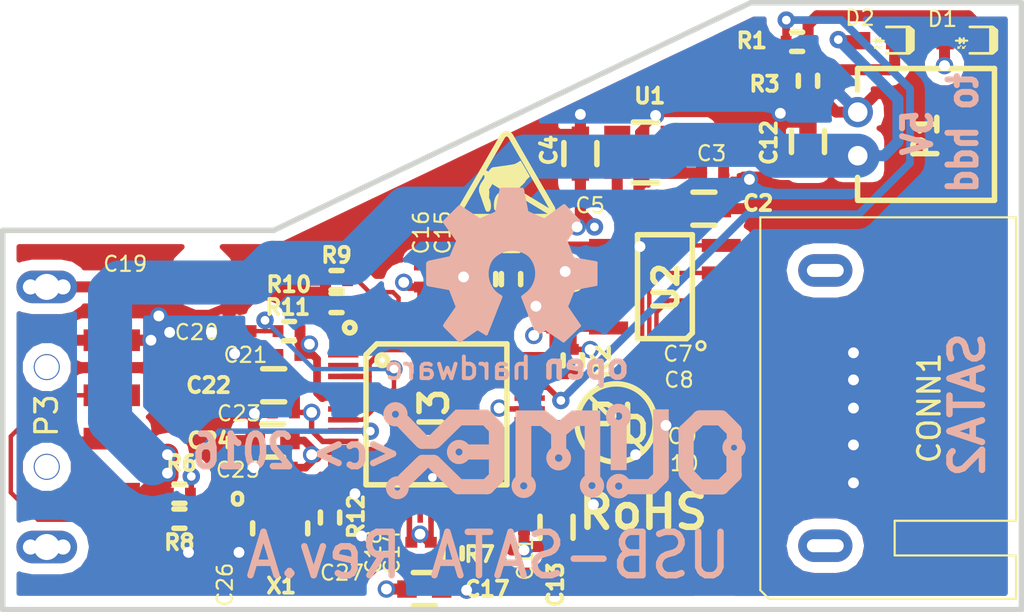
<source format=kicad_pcb>
(kicad_pcb (version 20190516) (host pcbnew "6.0.0-unknown-9810725~86~ubuntu18.04.1")
  (layers (0 "F.Cu" mixed hide) (1 "In1.Cu" power hide) (2 "In2.Cu" power hide) (31 "B.Cu" mixed hide) (35 "F.Paste" user hide) (36 "B.SilkS" user hide) (37 "F.SilkS" user) (38 "B.Mask" user hide) (39 "F.Mask" user) (44 "Edge.Cuts" user))
  (net 0 "")
  (net 1 "GND")
  (net 2 "+3V3")
  (net 3 "Net-(C12-Pad1)")
  (net 4 "+1V8")
  (net 5 "Net-(C7-Pad1)")
  (net 6 "Net-(C8-Pad1)")
  (net 7 "Net-(C9-Pad1)")
  (net 8 "Net-(C10-Pad1)")
  (net 9 "Net-(C19-Pad1)")
  (net 10 "/RST")
  (net 11 "Net-(C26-Pad1)")
  (net 12 "Net-(C27-Pad1)")
  (net 13 "Net-(D1-Pad1)")
  (net 14 "Net-(D2-Pad1)")
  (net 15 "/HDDA")
  (net 16 "Net-(R2-Pad2)")
  (net 17 "Net-(R4-Pad2)")
  (net 18 "Net-(R5-Pad2)")
  (net 19 "/VBUS")
  (net 20 "Net-(R7-Pad2)")
  (net 21 "Net-(R9-Pad1)")
  (net 22 "Net-(R10-Pad1)")
  (net 23 "Net-(U1-Pad4)")
  (net 24 "Net-(U2-Pad1)")
  (net 25 "Net-(U2-Pad2)")
  (net 26 "Net-(U2-Pad3)")
  (net 27 "Net-(U2-Pad4)")
  (net 28 "Net-(U2-Pad7)")
  (net 29 "Net-(U3-Pad1)")
  (net 30 "Net-(U3-Pad2)")
  (net 31 "Net-(U3-Pad6)")
  (net 32 "Net-(U3-Pad32)")
  (net 33 "Net-(U3-Pad48)")
  (net 34 "/TX_P")
  (net 35 "/TX_N")
  (net 36 "/RX_N")
  (net 37 "/RX_P")
  (net 38 "/D_N")
  (net 39 "/D_P")
  (net 40 "Net-(U3-Pad39)")
  (net 41 "Net-(U3-Pad40)")
  (module "OLIMEX_LOGOs-FP:LOGO_PBFREE" (layer "F.Cu") (at 131 54.2)
    (fp_text reference "")
    (fp_text value "")
    (fp_text user "Pb" (at -0.1 -0.25) (layer "F.SilkS") (effects (font (size 1.7 1.5) (thickness 0.254))))
  )
  (module "OLIMEX_Crystal-FP:TSX-3.2x2.5mm_GND(3)" (layer "F.Cu") (at 115.3 58.75 270)
    (fp_text reference "X1" (at 2.65 -0.05) (layer "F.SilkS") (effects (font (size 0.7 0.7) (thickness 0.175))))
    (fp_text value "12MHz_20ppm_22pF")
    (fp_text user "o" (at -1.4605 1.9685) (layer "F.SilkS") (effects (font (size 0.8 0.8) (thickness 0.2))))
    (pad "3" smd rect (at -1.1 -0.8 270) (size 1.4 1.2) (layers "F.Cu" "F.Paste" "F.Mask") (net 1 "GND"))
    (pad "3" smd rect (at 1.1 0.8 270) (size 1.4 1.2) (layers "F.Cu" "F.Paste" "F.Mask") (net 1 "GND"))
    (pad "2" smd rect (at 1.1 -0.8 270) (size 1.4 1.2) (layers "F.Cu" "F.Paste" "F.Mask") (net 12 "Net-(C27-Pad1)"))
    (pad "1" smd rect (at -1.1 0.8 270) (size 1.4 1.2) (layers "F.Cu" "F.Paste" "F.Mask") (net 11 "Net-(C26-Pad1)"))
  )
  (module "OLIMEX_IC-FP:LQFP48" (layer "F.Cu") (at 122.51 53.49 270)
    (fp_text reference "U3" (at 0.11 0.11 270) (layer "F.SilkS") (effects (font (size 1.27 1.27) (thickness 0.254))))
    (fp_text value "JM20329")
    (pad "48" smd rect (at -4.3 2.75 270) (size 1.4 0.254) (layers "F.Cu" "F.Paste" "F.Mask") (net 33 "Net-(U3-Pad48)"))
    (pad "47" smd rect (at -4.3 2.25 270) (size 1.4 0.254) (layers "F.Cu" "F.Paste" "F.Mask") (net 22 "Net-(R10-Pad1)"))
    (pad "46" smd rect (at -4.3 1.75 270) (size 1.4 0.254) (layers "F.Cu" "F.Paste" "F.Mask") (net 21 "Net-(R9-Pad1)"))
    (pad "45" smd rect (at -4.3 1.25 270) (size 1.4 0.254) (layers "F.Cu" "F.Paste" "F.Mask") (net 1 "GND"))
    (pad "44" smd rect (at -4.3 0.75 270) (size 1.4 0.254) (layers "F.Cu" "F.Paste" "F.Mask") (net 4 "+1V8"))
    (pad "43" smd rect (at -4.3 0.25 270) (size 1.4 0.254) (layers "F.Cu" "F.Paste" "F.Mask") (net 1 "GND"))
    (pad "42" smd rect (at -4.3 -0.25 270) (size 1.4 0.254) (layers "F.Cu" "F.Paste" "F.Mask") (net 2 "+3V3"))
    (pad "41" smd rect (at -4.3 -0.75 270) (size 1.4 0.254) (layers "F.Cu" "F.Paste" "F.Mask") (net 1 "GND"))
    (pad "40" smd rect (at -4.3 -1.25 270) (size 1.4 0.254) (layers "F.Cu" "F.Paste" "F.Mask") (net 41 "Net-(U3-Pad40)"))
    (pad "39" smd rect (at -4.3 -1.75 270) (size 1.4 0.254) (layers "F.Cu" "F.Paste" "F.Mask") (net 40 "Net-(U3-Pad39)"))
    (pad "38" smd rect (at -4.3 -2.25 270) (size 1.4 0.254) (layers "F.Cu" "F.Paste" "F.Mask") (net 17 "Net-(R4-Pad2)"))
    (pad "37" smd rect (at -4.3 -2.75 270) (size 1.4 0.254) (layers "F.Cu" "F.Paste" "F.Mask") (net 18 "Net-(R5-Pad2)"))
    (pad "36" smd rect (at -2.75 -4.3 180) (size 1.4 0.254) (layers "F.Cu" "F.Paste" "F.Mask") (net 4 "+1V8"))
    (pad "35" smd rect (at -2.25 -4.3 180) (size 1.4 0.254) (layers "F.Cu" "F.Paste" "F.Mask") (net 1 "GND"))
    (pad "34" smd rect (at -1.75 -4.3 180) (size 1.4 0.254) (layers "F.Cu" "F.Paste" "F.Mask") (net 16 "Net-(R2-Pad2)"))
    (pad "33" smd rect (at -1.25 -4.3 180) (size 1.4 0.254) (layers "F.Cu" "F.Paste" "F.Mask") (net 15 "/HDDA"))
    (pad "32" smd rect (at -0.75 -4.3 180) (size 1.4 0.254) (layers "F.Cu" "F.Paste" "F.Mask") (net 32 "Net-(U3-Pad32)"))
    (pad "31" smd rect (at -0.25 -4.3 180) (size 1.4 0.254) (layers "F.Cu" "F.Paste" "F.Mask") (net 2 "+3V3"))
    (pad "30" smd rect (at 0.25 -4.3 180) (size 1.4 0.254) (layers "F.Cu" "F.Paste" "F.Mask") (net 27 "Net-(U2-Pad4)"))
    (pad "29" smd rect (at 0.75 -4.3 180) (size 1.4 0.254) (layers "F.Cu" "F.Paste" "F.Mask") (net 26 "Net-(U2-Pad3)"))
    (pad "28" smd rect (at 1.25 -4.3 180) (size 1.4 0.254) (layers "F.Cu" "F.Paste" "F.Mask") (net 25 "Net-(U2-Pad2)"))
    (pad "27" smd rect (at 1.75 -4.3 180) (size 1.4 0.254) (layers "F.Cu" "F.Paste" "F.Mask") (net 24 "Net-(U2-Pad1)"))
    (pad "26" smd rect (at 2.25 -4.3 180) (size 1.4 0.254) (layers "F.Cu" "F.Paste" "F.Mask") (net 34 "/TX_P"))
    (pad "25" smd rect (at 2.75 -4.3 180) (size 1.4 0.254) (layers "F.Cu" "F.Paste" "F.Mask") (net 35 "/TX_N"))
    (pad "24" smd rect (at 4.3 -2.75 90) (size 1.4 0.254) (layers "F.Cu" "F.Paste" "F.Mask") (net 1 "GND"))
    (pad "23" smd rect (at 4.3 -2.25 90) (size 1.4 0.254) (layers "F.Cu" "F.Paste" "F.Mask") (net 4 "+1V8"))
    (pad "22" smd rect (at 4.3 -1.75 90) (size 1.4 0.254) (layers "F.Cu" "F.Paste" "F.Mask") (net 36 "/RX_N"))
    (pad "21" smd rect (at 4.3 -1.25 90) (size 1.4 0.254) (layers "F.Cu" "F.Paste" "F.Mask") (net 37 "/RX_P"))
    (pad "20" smd rect (at 4.3 -0.75 90) (size 1.4 0.254) (layers "F.Cu" "F.Paste" "F.Mask") (net 20 "Net-(R7-Pad2)"))
    (pad "19" smd rect (at 4.3 -0.25 90) (size 1.4 0.254) (layers "F.Cu" "F.Paste" "F.Mask") (net 1 "GND"))
    (pad "18" smd rect (at 4.3 0.25 90) (size 1.4 0.254) (layers "F.Cu" "F.Paste" "F.Mask") (net 2 "+3V3"))
    (pad "17" smd rect (at 4.3 0.75 90) (size 1.4 0.254) (layers "F.Cu" "F.Paste" "F.Mask") (net 1 "GND"))
    (pad "16" smd rect (at 4.3 1.25 90) (size 1.4 0.254) (layers "F.Cu" "F.Paste" "F.Mask") (net 2 "+3V3"))
    (pad "15" smd rect (at 4.3 1.75 90) (size 1.4 0.254) (layers "F.Cu" "F.Paste" "F.Mask") (net 39 "/D_P"))
    (pad "14" smd rect (at 4.3 2.25 90) (size 1.4 0.254) (layers "F.Cu" "F.Paste" "F.Mask") (net 38 "/D_N"))
    (pad "13" smd rect (at 4.3 2.75 90) (size 1.4 0.254) (layers "F.Cu" "F.Paste" "F.Mask") (net 12 "Net-(C27-Pad1)"))
    (pad "12" smd rect (at 2.75 4.3) (size 1.4 0.254) (layers "F.Cu" "F.Paste" "F.Mask") (net 11 "Net-(C26-Pad1)"))
    (pad "11" smd rect (at 2.25 4.3) (size 1.4 0.254) (layers "F.Cu" "F.Paste" "F.Mask") (net 1 "GND"))
    (pad "10" smd rect (at 1.75 4.3) (size 1.4 0.254) (layers "F.Cu" "F.Paste" "F.Mask") (net 2 "+3V3"))
    (pad "9" smd rect (at 1.25 4.3) (size 1.4 0.254) (layers "F.Cu" "F.Paste" "F.Mask") (net 4 "+1V8"))
    (pad "8" smd rect (at 0.75 4.3) (size 1.4 0.254) (layers "F.Cu" "F.Paste" "F.Mask") (net 19 "/VBUS"))
    (pad "7" smd rect (at 0.25 4.3) (size 1.4 0.254) (layers "F.Cu" "F.Paste" "F.Mask") (net 10 "/RST"))
    (pad "6" smd rect (at -0.25 4.3) (size 1.4 0.254) (layers "F.Cu" "F.Paste" "F.Mask") (net 31 "Net-(U3-Pad6)"))
    (pad "5" smd rect (at -0.75 4.3) (size 1.4 0.254) (layers "F.Cu" "F.Paste" "F.Mask") (net 2 "+3V3"))
    (pad "4" smd rect (at -1.25 4.3) (size 1.4 0.254) (layers "F.Cu" "F.Paste" "F.Mask") (net 1 "GND"))
    (pad "3" smd rect (at -1.75 4.3) (size 1.4 0.254) (layers "F.Cu" "F.Paste" "F.Mask") (net 1 "GND"))
    (pad "2" smd rect (at -2.25 4.3) (size 1.4 0.254) (layers "F.Cu" "F.Paste" "F.Mask") (net 30 "Net-(U3-Pad2)"))
    (pad "1" smd rect (at -2.75 4.3) (size 1.4 0.254) (layers "F.Cu" "F.Paste" "F.Mask") (net 29 "Net-(U3-Pad1)"))
  )
  (module "OLIMEX_Connectors-FP:USB-A-MALE-SMD" (layer "F.Cu") (at 104.53 53.61 270)
    (fp_text reference "P3" (at -0.0635 0.0075 90) (layer "F.SilkS"))
    (fp_text value "USB_A")
    (pad "5" thru_hole oval (at 6 0 270) (size 1.5 2.8) (drill 1.2) (layers *.Cu *.Mask) (net 9 "Net-(C19-Pad1)"))
    (pad "5" thru_hole circle (at 6 -0.75 270) (size 0.8 0.8) (drill 0.7) (layers *.Cu *.Mask) (net 9 "Net-(C19-Pad1)"))
    (pad "5" thru_hole oval (at -6 0 270) (size 1.5 2.8) (drill 1.2) (layers *.Cu *.Mask) (net 9 "Net-(C19-Pad1)"))
    (pad "5" thru_hole circle (at -6 0.75 270) (size 0.8 0.8) (drill 0.7) (layers *.Cu *.Mask) (net 9 "Net-(C19-Pad1)"))
    (pad "5" thru_hole circle (at 6 0.75 270) (size 0.8 0.8) (drill 0.7) (layers *.Cu *.Mask) (net 9 "Net-(C19-Pad1)"))
    (pad "5" thru_hole circle (at -6 -0.75 270) (size 0.8 0.8) (drill 0.7) (layers *.Cu *.Mask) (net 9 "Net-(C19-Pad1)"))
    (pad "" np_thru_hole circle (at 2.3 0 270) (size 1.2 1.2) (drill 1.1) (layers *.Cu *.Mask))
    (pad "" np_thru_hole circle (at -2.3 0 270) (size 1.2 1.2) (drill 1.1) (layers *.Cu *.Mask))
    (pad "4" smd rect (at -3.54 -3 270) (size 1 2.6) (layers "F.Cu" "F.Paste" "F.Mask") (net 1 "GND"))
    (pad "3" smd rect (at -1 -3 270) (size 1 2.6) (layers "F.Cu" "F.Paste" "F.Mask") (net 39 "/D_P"))
    (pad "2" smd rect (at 1 -3 270) (size 1 2.6) (layers "F.Cu" "F.Paste" "F.Mask") (net 38 "/D_N"))
    (pad "1" smd rect (at 3.54 -3 270) (size 1 2.6) (layers "F.Cu" "F.Paste" "F.Mask") (net 3 "Net-(C12-Pad1)"))
  )
  (module "OLIMEX_Connectors-FP:SATA-MALE-7" (layer "F.Cu") (at 140.45 53.2 270)
    (fp_text reference "CONN1" (at 0 -4.8 270) (layer "F.SilkS"))
    (fp_text value "CONN-SATA7")
    (pad "7" smd rect (at 3.81 1.5 270) (size 0.6 2.8) (layers "F.Cu" "F.Paste" "F.Mask") (net 1 "GND"))
    (pad "6" smd rect (at 2.54 1.5 270) (size 0.6 2.8) (layers "F.Cu" "F.Paste" "F.Mask") (net 8 "Net-(C10-Pad1)"))
    (pad "5" smd rect (at 1.27 1.5 270) (size 0.6 2.8) (layers "F.Cu" "F.Paste" "F.Mask") (net 7 "Net-(C9-Pad1)"))
    (pad "4" smd rect (at 0 1.5 270) (size 0.6 2.8) (layers "F.Cu" "F.Paste" "F.Mask") (net 1 "GND"))
    (pad "3" smd rect (at -1.27 1.5 270) (size 0.6 2.8) (layers "F.Cu" "F.Paste" "F.Mask") (net 6 "Net-(C8-Pad1)"))
    (pad "2" smd rect (at -2.54 1.5 270) (size 0.6 2.8) (layers "F.Cu" "F.Paste" "F.Mask") (net 5 "Net-(C7-Pad1)"))
    (pad "1" smd rect (at -3.81 1.5 270) (size 0.6 2.8) (layers "F.Cu" "F.Paste" "F.Mask") (net 1 "GND"))
    (pad "0" thru_hole oval (at 6.35 0 270) (size 1.5 2.5) (drill oval 0.6 1.7) (layers *.Cu *.Mask "F.Paste"))
    (pad "0" thru_hole oval (at -6.35 0 270) (size 1.5 2.5) (drill oval 0.6 1.7) (layers *.Cu *.Mask "F.Paste"))
  )
  (module "OLIMEX_Connectors-FP:LIPO_BAT-CON2DW02R" (layer "F.Cu") (at 145.1 40.55 90)
    (fp_text reference "P1" (at -0.1 0 90) (layer "F.SilkS") (effects (font (size 1.1 1.1) (thickness 0.254))))
    (fp_text value "5V to hdd")
    (pad "1" thru_hole rect (at -1.00838 -3.15214 90) (size 1.4 1.4) (drill 0.9) (layers *.Cu *.Mask) (net 3 "Net-(C12-Pad1)"))
    (pad "2" thru_hole circle (at 1.0033 -3.15468 90) (size 1.4 1.4) (drill 0.9) (layers *.Cu *.Mask) (net 1 "GND"))
  )
  (module "OLIMEX_IC-FP:SOT-23-5" (layer "F.Cu") (at 132.15 41.4)
    (fp_text reference "U1" (at 0.2 -2.6) (layer "F.SilkS") (effects (font (size 0.7 0.7) (thickness 0.175))))
    (fp_text value "AP1231")
    (pad "1" smd rect (at 1.3 0.95) (size 1.2 0.55) (layers "F.Cu" "F.Paste" "F.Mask") (net 3 "Net-(C12-Pad1)") (clearance 0.0508))
    (pad "2" smd rect (at 1.3 0) (size 1.2 0.55) (layers "F.Cu" "F.Paste" "F.Mask") (net 1 "GND") (clearance 0.0508))
    (pad "3" smd rect (at 1.3 -0.95) (size 1.2 0.55) (layers "F.Cu" "F.Paste" "F.Mask") (net 3 "Net-(C12-Pad1)") (clearance 0.0508))
    (pad "5" smd rect (at -1.3 0.95) (size 1.2 0.55) (layers "F.Cu" "F.Paste" "F.Mask") (net 2 "+3V3") (clearance 0.0508))
    (pad "4" smd rect (at -1.3 -0.95) (size 1.2 0.55) (layers "F.Cu" "F.Paste" "F.Mask") (net 23 "Net-(U1-Pad4)") (clearance 0.0508))
  )
  (module "OLIMEX_IC-FP:SOIC-8" (layer "F.Cu") (at 133.05 47.6 90)
    (fp_text reference "U2" (at -0.05 0.05 270) (layer "F.SilkS") (effects (font (size 1.1 1.1) (thickness 0.254))))
    (fp_text value "(n.a.)93LC46")
    (pad "8" smd rect (at -1.905 -2.6 90) (size 0.6 1.8) (layers "F.Cu" "F.Paste" "F.Mask") (net 2 "+3V3") (clearance 0.0508))
    (pad "7" smd rect (at -0.635 -2.6 90) (size 0.6 1.8) (layers "F.Cu" "F.Paste" "F.Mask") (net 28 "Net-(U2-Pad7)") (clearance 0.0508))
    (pad "6" smd rect (at 0.635 -2.6 90) (size 0.6 1.8) (layers "F.Cu" "F.Paste" "F.Mask") (net 2 "+3V3") (clearance 0.0508))
    (pad "5" smd rect (at 1.905 -2.6 90) (size 0.6 1.8) (layers "F.Cu" "F.Paste" "F.Mask") (net 1 "GND") (clearance 0.0508))
    (pad "4" smd rect (at 1.905 2.6 90) (size 0.6 1.8) (layers "F.Cu" "F.Paste" "F.Mask") (net 27 "Net-(U2-Pad4)") (clearance 0.0508))
    (pad "3" smd rect (at 0.635 2.6 90) (size 0.6 1.8) (layers "F.Cu" "F.Paste" "F.Mask") (net 26 "Net-(U2-Pad3)") (clearance 0.0508))
    (pad "2" smd rect (at -0.635 2.6 90) (size 0.6 1.8) (layers "F.Cu" "F.Paste" "F.Mask") (net 25 "Net-(U2-Pad2)") (clearance 0.0508))
    (pad "1" smd rect (at -1.905 2.6 90) (size 0.6 1.8) (layers "F.Cu" "F.Paste" "F.Mask") (net 24 "Net-(U2-Pad1)") (clearance 0.0508))
  )
  (module "OLIMEX_LEDs-FP:LED_0603_KA" (layer "F.Cu") (at 146.738001 36.25 180)
    (fp_text reference "D1" (at 0.888001 1 180) (layer "F.SilkS") (effects (font (size 0.7 0.7) (thickness 0.1))))
    (fp_text value "RED")
    (pad "1" smd rect (at -0.762 0) (size 0.8 0.8) (layers "F.Cu" "F.Paste" "F.Mask") (net 13 "Net-(D1-Pad1)"))
    (pad "2" smd rect (at 0.762 0) (size 0.8 0.8) (layers "F.Cu" "F.Paste" "F.Mask") (net 2 "+3V3"))
  )
  (module "OLIMEX_LEDs-FP:LED_0603_KA" (layer "F.Cu") (at 142.888001 36.25 180)
    (fp_text reference "D2" (at 0.838001 1.05 180) (layer "F.SilkS") (effects (font (size 0.7 0.7) (thickness 0.1))))
    (fp_text value "GREEN")
    (pad "1" smd rect (at -0.762 0) (size 0.8 0.8) (layers "F.Cu" "F.Paste" "F.Mask") (net 14 "Net-(D2-Pad1)"))
    (pad "2" smd rect (at 0.762 0) (size 0.8 0.8) (layers "F.Cu" "F.Paste" "F.Mask") (net 3 "Net-(C12-Pad1)"))
  )
  (module "OLIMEX_RLC-FP:C_0603_5MIL_DWS" (layer "F.Cu") (at 134.85 44)
    (fp_text reference "C2" (at 2.5 -0.25 180) (layer "F.SilkS") (effects (font (size 0.7 0.7) (thickness 0.175))))
    (fp_text value "10uF/10V")
    (pad "2" smd rect (at 0.8 0 90) (size 0.8 0.9) (layers "F.Cu" "F.Paste" "F.Mask") (net 1 "GND") (clearance 0.0508))
    (pad "1" smd rect (at -0.8 0 90) (size 0.8 0.9) (layers "F.Cu" "F.Paste" "F.Mask") (net 3 "Net-(C12-Pad1)") (clearance 0.0508))
  )
  (module "OLIMEX_RLC-FP:C_0603_5MIL_DWS" (layer "F.Cu") (at 129.15 41.461 90)
    (fp_text reference "C4" (at 0.161 -1.45 90) (layer "F.SilkS") (effects (font (size 0.7 0.7) (thickness 0.175))))
    (fp_text value "10uF/10V")
    (pad "2" smd rect (at 0.8 0 180) (size 0.8 0.9) (layers "F.Cu" "F.Paste" "F.Mask") (net 1 "GND") (clearance 0.0508))
    (pad "1" smd rect (at -0.8 0 180) (size 0.8 0.9) (layers "F.Cu" "F.Paste" "F.Mask") (net 2 "+3V3") (clearance 0.0508))
  )
  (module "OLIMEX_RLC-FP:C_0603_5MIL_DWS" (layer "F.Cu") (at 139.65 40.9 90)
    (fp_text reference "C12" (at -0.05 -1.8 90) (layer "F.SilkS") (effects (font (size 0.7 0.7) (thickness 0.175))))
    (fp_text value "10uF")
    (pad "2" smd rect (at 0.8 0 180) (size 0.8 0.9) (layers "F.Cu" "F.Paste" "F.Mask") (net 1 "GND") (clearance 0.0508))
    (pad "1" smd rect (at -0.8 0 180) (size 0.8 0.9) (layers "F.Cu" "F.Paste" "F.Mask") (net 3 "Net-(C12-Pad1)") (clearance 0.0508))
  )
  (module "OLIMEX_RLC-FP:C_0603_5MIL_DWS" (layer "F.Cu") (at 128.05 58.7 90)
    (fp_text reference "C13" (at -2.65 -0.05 90) (layer "F.SilkS") (effects (font (size 0.7 0.7) (thickness 0.175))))
    (fp_text value "10uF/10V")
    (pad "2" smd rect (at 0.8 0 180) (size 0.8 0.9) (layers "F.Cu" "F.Paste" "F.Mask") (net 1 "GND") (clearance 0.0508))
    (pad "1" smd rect (at -0.8 0 180) (size 0.8 0.9) (layers "F.Cu" "F.Paste" "F.Mask") (net 4 "+1V8") (clearance 0.0508))
  )
  (module "OLIMEX_RLC-FP:C_0603_5MIL_DWS" (layer "F.Cu") (at 121.95 61.55 180)
    (fp_text reference "C17" (at -2.9 0 180) (layer "F.SilkS") (effects (font (size 0.7 0.7) (thickness 0.175))))
    (fp_text value "10uF/10V")
    (pad "2" smd rect (at 0.8 0 270) (size 0.8 0.9) (layers "F.Cu" "F.Paste" "F.Mask") (net 2 "+3V3") (clearance 0.0508))
    (pad "1" smd rect (at -0.8 0 270) (size 0.8 0.9) (layers "F.Cu" "F.Paste" "F.Mask") (net 1 "GND") (clearance 0.0508))
  )
  (module "OLIMEX_RLC-FP:C_0603_5MIL_DWS" (layer "F.Cu") (at 115 52.15 180)
    (fp_text reference "C22" (at 3 0 180) (layer "F.SilkS") (effects (font (size 0.7 0.7) (thickness 0.175))))
    (fp_text value "10uF/10V")
    (pad "2" smd rect (at 0.8 0 270) (size 0.8 0.9) (layers "F.Cu" "F.Paste" "F.Mask") (net 1 "GND") (clearance 0.0508))
    (pad "1" smd rect (at -0.8 0 270) (size 0.8 0.9) (layers "F.Cu" "F.Paste" "F.Mask") (net 4 "+1V8") (clearance 0.0508))
  )
  (module "OLIMEX_RLC-FP:C_0603_5MIL_DWS" (layer "F.Cu") (at 114.95 54.7 180)
    (fp_text reference "C24" (at 2.9 0 180) (layer "F.SilkS") (effects (font (size 0.7 0.7) (thickness 0.175))))
    (fp_text value "10uF/10V")
    (pad "2" smd rect (at 0.8 0 270) (size 0.8 0.9) (layers "F.Cu" "F.Paste" "F.Mask") (net 1 "GND") (clearance 0.0508))
    (pad "1" smd rect (at -0.8 0 270) (size 0.8 0.9) (layers "F.Cu" "F.Paste" "F.Mask") (net 2 "+3V3") (clearance 0.0508))
  )
  (module "OLIMEX_RLC-FP:C0402" (layer "F.Cu") (at 128.8 48.992 270)
    (fp_text reference "C1" (at -1.742 -0.05 270) (layer "F.SilkS") (effects (font (size 0.7 0.7) (thickness 0.1))))
    (fp_text value "100nF")
    (pad "1" smd rect (at 0.508 0 270) (size 0.5 0.55) (layers "F.Cu" "F.Paste" "F.Mask") (net 2 "+3V3"))
    (pad "2" smd rect (at -0.508 0 90) (size 0.5 0.55) (layers "F.Cu" "F.Paste" "F.Mask") (net 1 "GND"))
  )
  (module "OLIMEX_RLC-FP:C0402" (layer "F.Cu") (at 135.25 42.35 180)
    (fp_text reference "C3" (at 0.05 0.9 180) (layer "F.SilkS") (effects (font (size 0.7 0.7) (thickness 0.1))))
    (fp_text value "100nF")
    (pad "1" smd rect (at 0.508 0 180) (size 0.5 0.55) (layers "F.Cu" "F.Paste" "F.Mask") (net 3 "Net-(C12-Pad1)"))
    (pad "2" smd rect (at -0.508 0) (size 0.5 0.55) (layers "F.Cu" "F.Paste" "F.Mask") (net 1 "GND"))
  )
  (module "OLIMEX_RLC-FP:C0402" (layer "F.Cu") (at 131.342 43.8 180)
    (fp_text reference "C5" (at 1.742 -0.05 180) (layer "F.SilkS") (effects (font (size 0.7 0.7) (thickness 0.1))))
    (fp_text value "100nF")
    (pad "1" smd rect (at 0.508 0 180) (size 0.5 0.55) (layers "F.Cu" "F.Paste" "F.Mask") (net 2 "+3V3"))
    (pad "2" smd rect (at -0.508 0) (size 0.5 0.55) (layers "F.Cu" "F.Paste" "F.Mask") (net 1 "GND"))
  )
  (module "OLIMEX_RLC-FP:C0402" (layer "F.Cu") (at 127.85 49 90)
    (fp_text reference "C6" (at 1.7 -0.05 90) (layer "F.SilkS") (effects (font (size 0.7 0.7) (thickness 0.1))))
    (fp_text value "100nF")
    (pad "1" smd rect (at 0.508 0 90) (size 0.5 0.55) (layers "F.Cu" "F.Paste" "F.Mask") (net 1 "GND"))
    (pad "2" smd rect (at -0.508 0 270) (size 0.5 0.55) (layers "F.Cu" "F.Paste" "F.Mask") (net 4 "+1V8"))
  )
  (module "OLIMEX_RLC-FP:C0402" (layer "F.Cu") (at 135.6 50.65)
    (fp_text reference "C7" (at -1.95 0.05) (layer "F.SilkS") (effects (font (size 0.7 0.7) (thickness 0.1))))
    (fp_text value "10nF")
    (pad "1" smd rect (at 0.508 0) (size 0.5 0.55) (layers "F.Cu" "F.Paste" "F.Mask") (net 5 "Net-(C7-Pad1)"))
    (pad "2" smd rect (at -0.508 0 180) (size 0.5 0.55) (layers "F.Cu" "F.Paste" "F.Mask") (net 34 "/TX_P"))
  )
  (module "OLIMEX_RLC-FP:C0402" (layer "F.Cu") (at 135.6 51.95)
    (fp_text reference "C8" (at -1.9 -0.05) (layer "F.SilkS") (effects (font (size 0.7 0.7) (thickness 0.1))))
    (fp_text value "10nF")
    (pad "1" smd rect (at 0.508 0) (size 0.5 0.55) (layers "F.Cu" "F.Paste" "F.Mask") (net 6 "Net-(C8-Pad1)"))
    (pad "2" smd rect (at -0.508 0 180) (size 0.5 0.55) (layers "F.Cu" "F.Paste" "F.Mask") (net 35 "/TX_N"))
  )
  (module "OLIMEX_RLC-FP:C0402" (layer "F.Cu") (at 135.6 54.45)
    (fp_text reference "C9" (at -1.75 0.05) (layer "F.SilkS") (effects (font (size 0.7 0.7) (thickness 0.1))))
    (fp_text value "10nF")
    (pad "1" smd rect (at 0.508 0) (size 0.5 0.55) (layers "F.Cu" "F.Paste" "F.Mask") (net 7 "Net-(C9-Pad1)"))
    (pad "2" smd rect (at -0.508 0 180) (size 0.5 0.55) (layers "F.Cu" "F.Paste" "F.Mask") (net 36 "/RX_N"))
  )
  (module "OLIMEX_RLC-FP:C0402" (layer "F.Cu") (at 135.65 55.75)
    (fp_text reference "C10" (at -2.05 0) (layer "F.SilkS") (effects (font (size 0.7 0.7) (thickness 0.1))))
    (fp_text value "10nF")
    (pad "1" smd rect (at 0.508 0) (size 0.5 0.55) (layers "F.Cu" "F.Paste" "F.Mask") (net 8 "Net-(C10-Pad1)"))
    (pad "2" smd rect (at -0.508 0 180) (size 0.5 0.55) (layers "F.Cu" "F.Paste" "F.Mask") (net 37 "/RX_P"))
  )
  (module "OLIMEX_RLC-FP:C0402" (layer "F.Cu") (at 126.55 58.3 270)
    (fp_text reference "C11" (at 1.85 -0.05 270) (layer "F.SilkS") (effects (font (size 0.7 0.7) (thickness 0.1))))
    (fp_text value "100nF")
    (pad "1" smd rect (at 0.508 0 270) (size 0.5 0.55) (layers "F.Cu" "F.Paste" "F.Mask") (net 4 "+1V8"))
    (pad "2" smd rect (at -0.508 0 90) (size 0.5 0.55) (layers "F.Cu" "F.Paste" "F.Mask") (net 1 "GND"))
  )
  (module "OLIMEX_RLC-FP:C0402" (layer "F.Cu") (at 122.25 59.9 90)
    (fp_text reference "C14" (at 0.05 -1.8 90) (layer "F.SilkS") (effects (font (size 0.7 0.7) (thickness 0.1))))
    (fp_text value "100nF")
    (pad "1" smd rect (at 0.508 0 90) (size 0.5 0.55) (layers "F.Cu" "F.Paste" "F.Mask") (net 2 "+3V3"))
    (pad "2" smd rect (at -0.508 0 270) (size 0.5 0.55) (layers "F.Cu" "F.Paste" "F.Mask") (net 1 "GND"))
  )
  (module "OLIMEX_RLC-FP:C0402" (layer "F.Cu") (at 122.75 47.1 270)
    (fp_text reference "C15" (at -2 -0.05 270) (layer "F.SilkS") (effects (font (size 0.7 0.7) (thickness 0.1))))
    (fp_text value "100nF")
    (pad "1" smd rect (at 0.508 0 270) (size 0.5 0.55) (layers "F.Cu" "F.Paste" "F.Mask") (net 2 "+3V3"))
    (pad "2" smd rect (at -0.508 0 90) (size 0.5 0.55) (layers "F.Cu" "F.Paste" "F.Mask") (net 1 "GND"))
  )
  (module "OLIMEX_RLC-FP:C0402" (layer "F.Cu") (at 121.75 47.108 270)
    (fp_text reference "C16" (at -2.008 -0.05 270) (layer "F.SilkS") (effects (font (size 0.7 0.7) (thickness 0.1))))
    (fp_text value "100nF")
    (pad "1" smd rect (at 0.508 0 270) (size 0.5 0.55) (layers "F.Cu" "F.Paste" "F.Mask") (net 4 "+1V8"))
    (pad "2" smd rect (at -0.508 0 90) (size 0.5 0.55) (layers "F.Cu" "F.Paste" "F.Mask") (net 1 "GND"))
  )
  (module "OLIMEX_RLC-FP:C0402" (layer "F.Cu") (at 121.35 59.9 270)
    (fp_text reference "C18" (at -0.05 1.75 270) (layer "F.SilkS") (effects (font (size 0.7 0.7) (thickness 0.1))))
    (fp_text value "100nF")
    (pad "1" smd rect (at 0.508 0 270) (size 0.5 0.55) (layers "F.Cu" "F.Paste" "F.Mask") (net 1 "GND"))
    (pad "2" smd rect (at -0.508 0 90) (size 0.5 0.55) (layers "F.Cu" "F.Paste" "F.Mask") (net 2 "+3V3"))
  )
  (module "OLIMEX_RLC-FP:C0402" (layer "F.Cu") (at 108.2 47.6 180)
    (fp_text reference "C19" (at 0.05 1.05 180) (layer "F.SilkS") (effects (font (size 0.7 0.7) (thickness 0.1))))
    (fp_text value "10nF")
    (pad "1" smd rect (at 0.508 0 180) (size 0.5 0.55) (layers "F.Cu" "F.Paste" "F.Mask") (net 9 "Net-(C19-Pad1)"))
    (pad "2" smd rect (at -0.508 0) (size 0.5 0.55) (layers "F.Cu" "F.Paste" "F.Mask") (net 1 "GND"))
  )
  (module "OLIMEX_RLC-FP:C0402" (layer "F.Cu") (at 113.45 49.65)
    (fp_text reference "C20" (at -2 0.05) (layer "F.SilkS") (effects (font (size 0.7 0.7) (thickness 0.1))))
    (fp_text value "1uF")
    (pad "1" smd rect (at 0.508 0) (size 0.5 0.55) (layers "F.Cu" "F.Paste" "F.Mask") (net 10 "/RST"))
    (pad "2" smd rect (at -0.508 0 180) (size 0.5 0.55) (layers "F.Cu" "F.Paste" "F.Mask") (net 1 "GND"))
  )
  (module "OLIMEX_RLC-FP:C0402" (layer "F.Cu") (at 115.7 50.75)
    (fp_text reference "C21" (at -2 0) (layer "F.SilkS") (effects (font (size 0.7 0.7) (thickness 0.1))))
    (fp_text value "100nF")
    (pad "1" smd rect (at 0.508 0) (size 0.5 0.55) (layers "F.Cu" "F.Paste" "F.Mask") (net 2 "+3V3"))
    (pad "2" smd rect (at -0.508 0 180) (size 0.5 0.55) (layers "F.Cu" "F.Paste" "F.Mask") (net 1 "GND"))
  )
  (module "OLIMEX_RLC-FP:C0402" (layer "F.Cu") (at 115.45 53.4)
    (fp_text reference "C23" (at -2.05 0.05) (layer "F.SilkS") (effects (font (size 0.7 0.7) (thickness 0.1))))
    (fp_text value "100nF")
    (pad "1" smd rect (at 0.508 0) (size 0.5 0.55) (layers "F.Cu" "F.Paste" "F.Mask") (net 4 "+1V8"))
    (pad "2" smd rect (at -0.508 0 180) (size 0.5 0.55) (layers "F.Cu" "F.Paste" "F.Mask") (net 1 "GND"))
  )
  (module "OLIMEX_RLC-FP:C0402" (layer "F.Cu") (at 115.35 55.95)
    (fp_text reference "C25" (at -2 0.1) (layer "F.SilkS") (effects (font (size 0.7 0.7) (thickness 0.1))))
    (fp_text value "100nF")
    (pad "1" smd rect (at 0.508 0) (size 0.5 0.55) (layers "F.Cu" "F.Paste" "F.Mask") (net 2 "+3V3"))
    (pad "2" smd rect (at -0.508 0 180) (size 0.5 0.55) (layers "F.Cu" "F.Paste" "F.Mask") (net 1 "GND"))
  )
  (module "OLIMEX_RLC-FP:C0402" (layer "F.Cu") (at 112.8 59.35 90)
    (fp_text reference "C26" (at -2 -0.05 90) (layer "F.SilkS") (effects (font (size 0.7 0.7) (thickness 0.1))))
    (fp_text value "33pF")
    (pad "1" smd rect (at 0.508 0 90) (size 0.5 0.55) (layers "F.Cu" "F.Paste" "F.Mask") (net 11 "Net-(C26-Pad1)"))
    (pad "2" smd rect (at -0.508 0 270) (size 0.5 0.55) (layers "F.Cu" "F.Paste" "F.Mask") (net 1 "GND"))
  )
  (module "OLIMEX_RLC-FP:C0402" (layer "F.Cu") (at 118.1 59.75 180)
    (fp_text reference "C27" (at -0.05 -1.05 180) (layer "F.SilkS") (effects (font (size 0.7 0.7) (thickness 0.1))))
    (fp_text value "33pF")
    (pad "1" smd rect (at 0.508 0 180) (size 0.5 0.55) (layers "F.Cu" "F.Paste" "F.Mask") (net 12 "Net-(C27-Pad1)"))
    (pad "2" smd rect (at -0.508 0) (size 0.5 0.55) (layers "F.Cu" "F.Paste" "F.Mask") (net 1 "GND"))
  )
  (module "OLIMEX_RLC-FP:R_0402_5MIL_DWS" (layer "F.Cu") (at 139.15 36.3 180)
    (fp_text reference "R1" (at 2.092 0.05 180) (layer "F.SilkS") (effects (font (size 0.7 0.7) (thickness 0.175))))
    (fp_text value "1K")
    (pad "2" smd rect (at 0.508 0 180) (size 0.5 0.55) (layers "F.Cu" "F.Paste" "F.Mask") (net 15 "/HDDA"))
    (pad "1" smd rect (at -0.508 0) (size 0.5 0.55) (layers "F.Cu" "F.Paste" "F.Mask") (net 13 "Net-(D1-Pad1)"))
  )
  (module "OLIMEX_RLC-FP:R_0402_5MIL_DWS" (layer "F.Cu") (at 128.8 51 270)
    (fp_text reference "R2" (at 0.05 -1.3 270) (layer "F.SilkS") (effects (font (size 0.8 0.8) (thickness 0.2))))
    (fp_text value "10K")
    (pad "2" smd rect (at 0.508 0 270) (size 0.5 0.55) (layers "F.Cu" "F.Paste" "F.Mask") (net 16 "Net-(R2-Pad2)"))
    (pad "1" smd rect (at -0.508 0 90) (size 0.5 0.55) (layers "F.Cu" "F.Paste" "F.Mask") (net 2 "+3V3"))
  )
  (module "OLIMEX_RLC-FP:R_0402_5MIL_DWS" (layer "F.Cu") (at 139.65 38.1 270)
    (fp_text reference "R3" (at 0.15 2) (layer "F.SilkS") (effects (font (size 0.7 0.7) (thickness 0.175))))
    (fp_text value "1K")
    (pad "2" smd rect (at 0.508 0 270) (size 0.5 0.55) (layers "F.Cu" "F.Paste" "F.Mask") (net 1 "GND"))
    (pad "1" smd rect (at -0.508 0 90) (size 0.5 0.55) (layers "F.Cu" "F.Paste" "F.Mask") (net 14 "Net-(D2-Pad1)"))
  )
  (module "OLIMEX_RLC-FP:R_0402_5MIL_DWS" (layer "F.Cu") (at 124.8 47.25 270)
    (fp_text reference "R4" (at -1.75 -0.05 270) (layer "F.SilkS") (effects (font (size 0.7 0.7) (thickness 0.175))))
    (fp_text value "10K")
    (pad "2" smd rect (at 0.508 0 270) (size 0.5 0.55) (layers "F.Cu" "F.Paste" "F.Mask") (net 17 "Net-(R4-Pad2)"))
    (pad "1" smd rect (at -0.508 0 90) (size 0.5 0.55) (layers "F.Cu" "F.Paste" "F.Mask") (net 2 "+3V3"))
  )
  (module "OLIMEX_RLC-FP:R_0402_5MIL_DWS" (layer "F.Cu") (at 125.95 47.25 270)
    (fp_text reference "R5" (at -1.8 -0.05 270) (layer "F.SilkS") (effects (font (size 0.7 0.7) (thickness 0.175))))
    (fp_text value "10K")
    (pad "2" smd rect (at 0.508 0 270) (size 0.5 0.55) (layers "F.Cu" "F.Paste" "F.Mask") (net 18 "Net-(R5-Pad2)"))
    (pad "1" smd rect (at -0.508 0 90) (size 0.5 0.55) (layers "F.Cu" "F.Paste" "F.Mask") (net 2 "+3V3"))
  )
  (module "OLIMEX_RLC-FP:R_0402_5MIL_DWS" (layer "F.Cu") (at 110.65 57.15)
    (fp_text reference "R6" (at 0.1 -1.4 180) (layer "F.SilkS") (effects (font (size 0.7 0.7) (thickness 0.175))))
    (fp_text value "4.7K")
    (pad "2" smd rect (at 0.508 0) (size 0.5 0.55) (layers "F.Cu" "F.Paste" "F.Mask") (net 19 "/VBUS"))
    (pad "1" smd rect (at -0.508 0 180) (size 0.5 0.55) (layers "F.Cu" "F.Paste" "F.Mask") (net 3 "Net-(C12-Pad1)"))
  )
  (module "OLIMEX_RLC-FP:R_0402_5MIL_DWS" (layer "F.Cu") (at 123.25 59.9 90)
    (fp_text reference "R7" (at -0.05 1.25 180) (layer "F.SilkS") (effects (font (size 0.7 0.7) (thickness 0.175))))
    (fp_text value "12K/1%")
    (pad "2" smd rect (at 0.508 0 90) (size 0.5 0.55) (layers "F.Cu" "F.Paste" "F.Mask") (net 20 "Net-(R7-Pad2)"))
    (pad "1" smd rect (at -0.508 0 270) (size 0.5 0.55) (layers "F.Cu" "F.Paste" "F.Mask") (net 1 "GND"))
  )
  (module "OLIMEX_RLC-FP:R_0402_5MIL_DWS" (layer "F.Cu") (at 110.65 58.3 180)
    (fp_text reference "R8" (at 0 -1.1) (layer "F.SilkS") (effects (font (size 0.7 0.7) (thickness 0.175))))
    (fp_text value "10K")
    (pad "2" smd rect (at 0.508 0 180) (size 0.5 0.55) (layers "F.Cu" "F.Paste" "F.Mask") (net 1 "GND"))
    (pad "1" smd rect (at -0.508 0) (size 0.5 0.55) (layers "F.Cu" "F.Paste" "F.Mask") (net 19 "/VBUS"))
  )
  (module "OLIMEX_RLC-FP:R_0402_5MIL_DWS" (layer "F.Cu") (at 117.9 47.3 180)
    (fp_text reference "R9" (at 0 1.15 180) (layer "F.SilkS") (effects (font (size 0.7 0.7) (thickness 0.175))))
    (fp_text value "4.7K")
    (pad "2" smd rect (at 0.508 0 180) (size 0.5 0.55) (layers "F.Cu" "F.Paste" "F.Mask") (net 1 "GND"))
    (pad "1" smd rect (at -0.508 0) (size 0.5 0.55) (layers "F.Cu" "F.Paste" "F.Mask") (net 21 "Net-(R9-Pad1)"))
  )
  (module "OLIMEX_RLC-FP:R_0402_5MIL_DWS" (layer "F.Cu") (at 117.9 48.35 180)
    (fp_text reference "R10" (at 2.2 0.85 180) (layer "F.SilkS") (effects (font (size 0.7 0.7) (thickness 0.175))))
    (fp_text value "4.7K")
    (pad "2" smd rect (at 0.508 0 180) (size 0.5 0.55) (layers "F.Cu" "F.Paste" "F.Mask") (net 1 "GND"))
    (pad "1" smd rect (at -0.508 0) (size 0.5 0.55) (layers "F.Cu" "F.Paste" "F.Mask") (net 22 "Net-(R10-Pad1)"))
  )
  (module "OLIMEX_RLC-FP:R_0402_5MIL_DWS" (layer "F.Cu") (at 115.708 49.65 180)
    (fp_text reference "R11" (at 0.058 1.1 180) (layer "F.SilkS") (effects (font (size 0.7 0.7) (thickness 0.175))))
    (fp_text value "47K")
    (pad "2" smd rect (at 0.508 0 180) (size 0.5 0.55) (layers "F.Cu" "F.Paste" "F.Mask") (net 10 "/RST"))
    (pad "1" smd rect (at -0.508 0) (size 0.5 0.55) (layers "F.Cu" "F.Paste" "F.Mask") (net 2 "+3V3"))
  )
  (module "OLIMEX_RLC-FP:R_0402_5MIL_DWS" (layer "F.Cu") (at 117.6 58.25 90)
    (fp_text reference "R12" (at 0.05 1.2 90) (layer "F.SilkS") (effects (font (size 0.7 0.7) (thickness 0.175))))
    (fp_text value "1M")
    (pad "2" smd rect (at 0.508 0 90) (size 0.5 0.55) (layers "F.Cu" "F.Paste" "F.Mask") (net 11 "Net-(C26-Pad1)"))
    (pad "1" smd rect (at -0.508 0 270) (size 0.5 0.55) (layers "F.Cu" "F.Paste" "F.Mask") (net 12 "Net-(C27-Pad1)"))
  )
  (module "OLIMEX_LOGOs-FP:OLIMEX_LOGO_TB" (layer "B.Cu") (at 128.25 55.15 180)
    (fp_text reference "" hide)
    (fp_text value "" hide)
  )
  (module "OLIMEX_LOGOs-FP:LOGO_OPENHARDWARE_8x8" (layer "B.Cu") (at 126 47.1 180)
    (fp_text reference "" hide)
    (fp_text value "" hide)
    (fp_text user "open" (at -3.40106 -4.17576 180) (layer "B.SilkS") (effects (font (size 1.1 1.1) (thickness 0.254)) (justify mirror)))
    (fp_text user "hardware" (at 2.51206 -4.2672 180) (layer "B.SilkS") (effects (font (thickness 0.18)) (justify mirror)))
  )
  (module "OLIMEX_LOGOs-FP:LOGO_ANTISTATIC_SMALL_4.5mmX2.8mm" (layer "F.Cu") (at 125.75 42.45)
    (fp_text reference "Ref**")
    (fp_text value "Val**")
  )
  (module "OLIMEX_Other-FP:Fiducial1x3_transp" (layer "F.Cu") (at 135.1 37.75)
    (fp_text reference "" (at 0 3) (layer "F.SilkS"))
    (fp_text value "")
    (pad "Fid1" connect circle (at 0 0) (size 1 1) (layers "F.Cu" "F.Mask") (clearance 1.016))
  )
  (module "OLIMEX_Other-FP:Fiducial1x3_transp" (layer "F.Cu") (at 135.35 60.4)
    (fp_text reference "" (at 0 3) (layer "F.SilkS"))
    (fp_text value "")
    (pad "Fid1" connect circle (at 0 0) (size 1 1) (layers "F.Cu" "F.Mask") (clearance 1.016))
  )
  (module "OLIMEX_Other-FP:Fiducial1x3_transp" (layer "F.Cu") (at 111.7 47.15)
    (fp_text reference "" (at 0 3) (layer "F.SilkS"))
    (fp_text value "")
    (pad "Fid1" connect circle (at 0 0) (size 1 1) (layers "F.Cu" "F.Mask") (clearance 1.016))
  )
  (gr_text "SATA2" (at 147 53.05 90) (layer "B.SilkS") (effects (font (size 1.5 1.5) (thickness 0.3)) (justify mirror)))
  (gr_text "RoHS" (at 132.05 58) (layer "F.SilkS") (effects (font (size 1.5 1.5) (thickness 0.3))))
  (gr_text "5V\nto hdd" (at 145.75 40.5 90) (layer "B.SilkS") (effects (font (size 1.3 1.1) (thickness 0.275)) (justify mirror)))
  (gr_text "USB-SATA Rev.A" (at 124.9 60) (layer "B.SilkS") (effects (font (size 2 1.8) (thickness 0.3)) (justify mirror)))
  (gr_text "<c> 2016" (at 116.05 55.2) (layer "B.SilkS") (effects (font (size 1.5 1.2) (thickness 0.3)) (justify mirror)))
  (gr_line (start 137 34.5) (end 149.5 34.5) (layer "Edge.Cuts") (width 0.254))
  (gr_line (start 115 45) (end 137 34.5) (layer "Edge.Cuts") (width 0.254))
  (gr_line (start 102.5 45) (end 115 45) (layer "Edge.Cuts") (width 0.254))
  (gr_line (start 102.5 62.5) (end 102.5 45) (layer "Edge.Cuts") (width 0.254))
  (gr_line (start 149.5 62.5) (end 149.5 34.5) (layer "Edge.Cuts") (width 0.254))
  (gr_line (start 102.5 62.5) (end 149.5 62.5) (layer "Edge.Cuts") (width 0.254))
  (segment (start 132.721189 39.6) (end 132.620704 39.700485) (width 0.3556) (layer "F.Cu") (net 1))
  (segment (start 133.6 39.6) (end 132.721189 39.6) (width 0.3556) (layer "F.Cu") (net 1))
  (segment (start 132.220705 40.100484) (end 132.620704 39.700485) (width 0.3556) (layer "F.Cu") (net 1))
  (segment (start 131.85 41.55) (end 131.85 40.471189) (width 0.3556) (layer "F.Cu") (net 1))
  (via (at 132.620704 39.700485) (size 0.8) (drill 0.5) (layers "F.Cu" "B.Cu") (net 1))
  (segment (start 138.3754 39.6) (end 133.6 39.6) (width 0.3556) (layer "F.Cu") (net 1))
  (segment (start 131.85 40.471189) (end 132.220705 40.100484) (width 0.3556) (layer "F.Cu") (net 1))
  (segment (start 117.392 47.85) (end 116 47.85) (width 0.508) (layer "F.Cu") (net 1))
  (segment (start 118.650001 59.499999) (end 119.05 59.1) (width 0.508) (layer "F.Cu") (net 1))
  (segment (start 118.608 59.75) (end 118.608 59.542) (width 0.508) (layer "F.Cu") (net 1))
  (segment (start 118.608 59.542) (end 118.650001 59.499999) (width 0.508) (layer "F.Cu") (net 1))
  (via (at 119.05 59.1) (size 0.8) (drill 0.5) (layers "F.Cu" "B.Cu") (net 1))
  (segment (start 136.384315 42.65) (end 136.95 42.65) (width 0.254) (layer "F.Cu") (net 1))
  (segment (start 135.758 43.05) (end 136.158 42.65) (width 0.254) (layer "F.Cu") (net 1))
  (segment (start 136.158 42.65) (end 136.384315 42.65) (width 0.254) (layer "F.Cu") (net 1))
  (via (at 136.95 42.65) (size 0.8) (drill 0.5) (layers "F.Cu" "B.Cu") (net 1))
  (segment (start 115.45 58.4) (end 115.45 58.8) (width 0.2032) (layer "F.Cu") (net 1))
  (segment (start 115.45 58.8) (end 114.5 59.75) (width 0.2032) (layer "F.Cu") (net 1))
  (segment (start 114.5 59.75) (end 114.5 59.85) (width 0.2032) (layer "F.Cu") (net 1))
  (segment (start 116.1 57.75) (end 115.45 58.4) (width 0.2032) (layer "F.Cu") (net 1))
  (segment (start 116.1 57.65) (end 116.1 57.75) (width 0.2032) (layer "F.Cu") (net 1))
  (segment (start 114.65 59.85) (end 114.5 59.85) (width 0.25) (layer "F.Cu") (net 1))
  (segment (start 131.7056 45.695) (end 131.845 45.695) (width 0.25) (layer "F.Cu") (net 1))
  (segment (start 131.845 45.695) (end 131.9 45.75) (width 0.25) (layer "F.Cu") (net 1))
  (via (at 131.9 45.75) (size 0.8) (drill 0.5) (layers "F.Cu" "B.Cu") (net 1))
  (segment (start 127.85 48.492) (end 127.108 48.492) (width 0.25) (layer "F.Cu") (net 1))
  (segment (start 127.108 48.492) (end 127.1 48.5) (width 0.25) (layer "F.Cu") (net 1))
  (via (at 127.1 48.5) (size 0.8) (drill 0.5) (layers "F.Cu" "B.Cu") (net 1))
  (segment (start 141.75 51.9) (end 141.75 53.2) (width 0.3556) (layer "F.Cu") (net 1))
  (segment (start 141.75 50.65) (end 141.75 51.9) (width 0.3556) (layer "F.Cu") (net 1))
  (via (at 141.75 51.9) (size 0.8) (drill 0.5) (layers "F.Cu" "B.Cu") (net 1))
  (segment (start 141.75 54.9) (end 141.75 56.65) (width 0.3556) (layer "F.Cu") (net 1))
  (segment (start 141.75 53.2) (end 141.75 54.9) (width 0.3556) (layer "F.Cu") (net 1))
  (via (at 141.75 54.9) (size 0.8) (drill 0.5) (layers "F.Cu" "B.Cu") (net 1))
  (via (at 112.126 49.708) (size 0.8) (drill 0.5) (layers "F.Cu" "B.Cu") (net 1))
  (via (at 114.084 55.95) (size 0.8) (drill 0.5) (layers "F.Cu" "B.Cu") (net 1))
  (segment (start 122.839 61.55) (end 123.85 61.55) (width 0.508) (layer "F.Cu") (net 1))
  (segment (start 123.85 61.55) (end 123.9 61.6) (width 0.508) (layer "F.Cu") (net 1))
  (via (at 123.9 61.6) (size 0.8) (drill 0.5) (layers "F.Cu" "B.Cu") (net 1))
  (segment (start 128.05 57.811) (end 126.569 57.811) (width 0.508) (layer "F.Cu") (net 1))
  (segment (start 126.569 57.811) (end 126.55 57.792) (width 0.508) (layer "F.Cu") (net 1))
  (segment (start 129.75 57.65) (end 128.211 57.65) (width 0.508) (layer "F.Cu") (net 1))
  (segment (start 128.211 57.65) (end 128.05 57.811) (width 0.508) (layer "F.Cu") (net 1))
  (segment (start 131.7 55.35) (end 131.7 55.7) (width 0.508) (layer "F.Cu") (net 1))
  (via (at 129.75 57.65) (size 0.8) (drill 0.5) (layers "F.Cu" "B.Cu") (net 1))
  (segment (start 131.7 55.7) (end 129.75 57.65) (width 0.508) (layer "F.Cu") (net 1))
  (segment (start 133.1 54) (end 133.05 54) (width 0.508) (layer "F.Cu") (net 1))
  (segment (start 133.05 54) (end 131.7 55.35) (width 0.508) (layer "F.Cu") (net 1))
  (via (at 131.7 55.35) (size 0.8) (drill 0.5) (layers "F.Cu" "B.Cu") (net 1))
  (segment (start 136.942 53.1) (end 134 53.1) (width 0.508) (layer "F.Cu") (net 1))
  (segment (start 134 53.1) (end 133.1 54) (width 0.508) (layer "F.Cu") (net 1))
  (via (at 133.1 54) (size 0.8) (drill 0.5) (layers "F.Cu" "B.Cu") (net 1))
  (segment (start 138.95 53.2) (end 137.042 53.2) (width 0.508) (layer "F.Cu") (net 1))
  (segment (start 137.042 53.2) (end 136.942 53.1) (width 0.508) (layer "F.Cu") (net 1))
  (via (at 141.75 56.65) (size 0.8) (drill 0.5) (layers "F.Cu" "B.Cu") (net 1))
  (via (at 141.75 53.2) (size 0.8) (drill 0.5) (layers "F.Cu" "B.Cu") (net 1))
  (segment (start 141.75 49.8) (end 141.75 50.65) (width 0.3556) (layer "F.Cu") (net 1))
  (via (at 141.75 50.65) (size 0.8) (drill 0.5) (layers "F.Cu" "B.Cu") (net 1))
  (segment (start 129.15 40.572) (end 129.15 39.65) (width 0.508) (layer "F.Cu") (net 1))
  (via (at 129.15 39.65) (size 0.8) (drill 0.5) (layers "F.Cu" "B.Cu") (net 1))
  (segment (start 135.758 43.05) (end 135.758 43.981) (width 0.3556) (layer "F.Cu") (net 1))
  (segment (start 135.758 42.35) (end 135.758 43.05) (width 0.3556) (layer "F.Cu") (net 1))
  (via (at 138.3754 39.6) (size 0.8) (drill 0.5) (layers "F.Cu" "B.Cu") (net 1))
  (segment (start 119.45 56.65) (end 118.95 57.15) (width 0.254) (layer "F.Cu") (net 1))
  (segment (start 118.95 57.15) (end 118.75 57.15) (width 0.254) (layer "F.Cu") (net 1))
  (via (at 118.75 57.15) (size 0.8) (drill 0.5) (layers "F.Cu" "B.Cu") (net 1))
  (segment (start 119.45 56.026) (end 119.45 56.65) (width 0.254) (layer "F.Cu") (net 1))
  (segment (start 118.21 55.74) (end 119.164 55.74) (width 0.254) (layer "F.Cu") (net 1))
  (segment (start 119.164 55.74) (end 119.45 56.026) (width 0.254) (layer "F.Cu") (net 1))
  (segment (start 111.85 59.858) (end 112.1694 59.858) (width 0.3556) (layer "F.Cu") (net 1))
  (segment (start 111.85 59.858) (end 111.0694 59.858) (width 0.508) (layer "F.Cu") (net 1))
  (via (at 111.0694 59.858) (size 0.8) (drill 0.5) (layers "F.Cu" "B.Cu") (net 1))
  (segment (start 112.8 59.858) (end 113.4 59.858) (width 0.3556) (layer "F.Cu") (net 1))
  (via (at 113.4 59.858) (size 0.8) (drill 0.5) (layers "F.Cu" "B.Cu") (net 1))
  (segment (start 114.5 59.85) (end 113.408 59.85) (width 0.508) (layer "F.Cu") (net 1))
  (segment (start 113.408 59.85) (end 113.4 59.858) (width 0.508) (layer "F.Cu") (net 1))
  (segment (start 109.7 48.95) (end 109.7 47.834) (width 0.508) (layer "F.Cu") (net 1))
  (segment (start 109.7 49.708) (end 109.7 48.95) (width 0.508) (layer "F.Cu") (net 1))
  (via (at 109.7 48.95) (size 0.8) (drill 0.5) (layers "F.Cu" "B.Cu") (net 1))
  (segment (start 110.2 49.708) (end 109.7 49.708) (width 0.508) (layer "F.Cu") (net 1))
  (segment (start 112.126 49.708) (end 110.2 49.708) (width 0.508) (layer "F.Cu") (net 1))
  (via (at 110.2 49.708) (size 0.8) (drill 0.5) (layers "F.Cu" "B.Cu") (net 1))
  (segment (start 117.392 47.85) (end 117.392 48.35) (width 0.508) (layer "F.Cu") (net 1))
  (segment (start 117.392 47.3) (end 117.392 47.85) (width 0.508) (layer "F.Cu") (net 1))
  (via (at 109.338 50.07) (size 0.8) (drill 0.5) (layers "F.Cu" "B.Cu") (net 1))
  (segment (start 113.2 50.691) (end 113.582 51.073) (width 0.508) (layer "F.Cu") (net 1))
  (segment (start 112.942 50.433) (end 113.2 50.691) (width 0.508) (layer "F.Cu") (net 1))
  (via (at 113.2 50.691) (size 0.8) (drill 0.5) (layers "F.Cu" "B.Cu") (net 1))
  (segment (start 114.161 53.4) (end 114.111 53.45) (width 0.508) (layer "F.Cu") (net 1))
  (via (at 114.111 53.45) (size 0.8) (drill 0.5) (layers "F.Cu" "B.Cu") (net 1))
  (segment (start 112.942 49.65) (end 112.184 49.65) (width 0.508) (layer "F.Cu") (net 1))
  (segment (start 112.184 49.65) (end 112.126 49.708) (width 0.508) (layer "F.Cu") (net 1))
  (segment (start 107.53 50.07) (end 109.338 50.07) (width 0.508) (layer "F.Cu") (net 1))
  (segment (start 109.338 50.07) (end 109.7 49.708) (width 0.508) (layer "F.Cu") (net 1))
  (segment (start 109.7 47.834) (end 109.466 47.6) (width 0.508) (layer "F.Cu") (net 1))
  (segment (start 109.466 47.6) (end 108.708 47.6) (width 0.508) (layer "F.Cu") (net 1))
  (segment (start 122.839 61.55) (end 122.839 60.534) (width 0.508) (layer "F.Cu") (net 1))
  (segment (start 122.839 60.534) (end 122.8 60.495) (width 0.508) (layer "F.Cu") (net 1))
  (segment (start 122.8 60.495) (end 122.8 60.408) (width 0.508) (layer "F.Cu") (net 1))
  (segment (start 139.65 40.011) (end 138.7864 40.011) (width 0.3556) (layer "F.Cu") (net 1))
  (segment (start 138.7864 40.011) (end 138.3754 39.6) (width 0.3556) (layer "F.Cu") (net 1))
  (segment (start 135.758 43.981) (end 135.739 44) (width 0.3556) (layer "F.Cu") (net 1))
  (segment (start 141.15 45) (end 142.00481 45.85481) (width 0.3556) (layer "F.Cu") (net 1))
  (segment (start 142.00481 49.54519) (end 141.75 49.8) (width 0.3556) (layer "F.Cu") (net 1))
  (segment (start 137.6026 45) (end 141.15 45) (width 0.3556) (layer "F.Cu") (net 1))
  (segment (start 135.739 44) (end 136.6026 44) (width 0.3556) (layer "F.Cu") (net 1))
  (segment (start 136.6026 44) (end 137.6026 45) (width 0.3556) (layer "F.Cu") (net 1))
  (segment (start 131.85 43.8) (end 131.85 45.5506) (width 0.3556) (layer "F.Cu") (net 1))
  (segment (start 131.85 45.5506) (end 131.7056 45.695) (width 0.3556) (layer "F.Cu") (net 1))
  (segment (start 131.7056 45.695) (end 130.45 45.695) (width 0.3556) (layer "F.Cu") (net 1))
  (segment (start 121.75 46.6) (end 122.25 46.6) (width 0.3556) (layer "F.Cu") (net 1))
  (segment (start 122.25 46.6) (end 122.742 46.6) (width 0.3556) (layer "F.Cu") (net 1))
  (segment (start 130.45 45.695) (end 123.155 45.695) (width 0.3556) (layer "F.Cu") (net 1))
  (segment (start 123.155 45.695) (end 122.25 46.6) (width 0.3556) (layer "F.Cu") (net 1))
  (segment (start 127.85 48.492) (end 128.792 48.492) (width 0.3556) (layer "F.Cu") (net 1))
  (segment (start 128.792 48.492) (end 128.8 48.484) (width 0.3556) (layer "F.Cu") (net 1))
  (segment (start 122.742 46.6) (end 122.75 46.592) (width 0.3556) (layer "F.Cu") (net 1))
  (segment (start 114.061 54.7) (end 114.061 55.927) (width 0.508) (layer "F.Cu") (net 1))
  (segment (start 114.061 55.927) (end 114.084 55.95) (width 0.508) (layer "F.Cu") (net 1))
  (segment (start 114.084 55.95) (end 114.842 55.95) (width 0.508) (layer "F.Cu") (net 1))
  (segment (start 110.142 58.3) (end 110.142 58.9306) (width 0.3556) (layer "F.Cu") (net 1))
  (segment (start 110.142 58.9306) (end 111.0694 59.858) (width 0.3556) (layer "F.Cu") (net 1))
  (segment (start 112.1694 59.858) (end 112.8 59.858) (width 0.3556) (layer "F.Cu") (net 1))
  (segment (start 112.942 49.65) (end 112.942 50.433) (width 0.508) (layer "F.Cu") (net 1))
  (segment (start 113.582 51.073) (end 114.111 51.073) (width 0.508) (layer "F.Cu") (net 1))
  (segment (start 115.192 50.75) (end 114.434 50.75) (width 0.508) (layer "F.Cu") (net 1))
  (segment (start 114.434 50.75) (end 114.111 51.073) (width 0.508) (layer "F.Cu") (net 1))
  (segment (start 114.111 51.073) (end 114.111 52.15) (width 0.508) (layer "F.Cu") (net 1))
  (segment (start 114.111 52.15) (end 114.111 53.45) (width 0.508) (layer "F.Cu") (net 1))
  (segment (start 114.111 53.45) (end 114.111 54.65) (width 0.508) (layer "F.Cu") (net 1))
  (segment (start 114.942 53.4) (end 114.161 53.4) (width 0.508) (layer "F.Cu") (net 1))
  (segment (start 114.111 54.65) (end 114.061 54.7) (width 0.508) (layer "F.Cu") (net 1))
  (segment (start 121.35 60.408) (end 122.25 60.408) (width 0.3556) (layer "F.Cu") (net 1))
  (segment (start 122.8 60.408) (end 123.108 60.408) (width 0.254) (layer "F.Cu") (net 1))
  (segment (start 125.26 56.56) (end 125.1 56.4) (width 0.254) (layer "F.Cu") (net 1))
  (segment (start 125.1 56.4) (end 122.324 56.4) (width 0.254) (layer "F.Cu") (net 1))
  (segment (start 125.26 57.79) (end 125.26 56.56) (width 0.254) (layer "F.Cu") (net 1))
  (segment (start 126.81 51.24) (end 124.01 51.24) (width 0.254) (layer "F.Cu") (net 1))
  (segment (start 124.01 51.24) (end 123.26 50.49) (width 0.254) (layer "F.Cu") (net 1))
  (segment (start 125.26 57.79) (end 126.548 57.79) (width 0.254) (layer "F.Cu") (net 1))
  (segment (start 126.548 57.79) (end 126.55 57.792) (width 0.254) (layer "F.Cu") (net 1))
  (segment (start 139.65 38.608) (end 139.65 39.25) (width 0.508) (layer "F.Cu") (net 1))
  (segment (start 139.65 39.25) (end 139.65 40.011) (width 0.508) (layer "F.Cu") (net 1))
  (segment (start 141.94532 39.5467) (end 140.955371 39.5467) (width 0.508) (layer "F.Cu") (net 1))
  (segment (start 140.955371 39.5467) (end 140.658671 39.25) (width 0.508) (layer "F.Cu") (net 1))
  (segment (start 140.658671 39.25) (end 139.65 39.25) (width 0.508) (layer "F.Cu") (net 1))
  (segment (start 132 41.4) (end 129.978 41.4) (width 0.508) (layer "F.Cu") (net 1))
  (segment (start 133.45 41.4) (end 132 41.4) (width 0.508) (layer "F.Cu") (net 1))
  (segment (start 132 41.4) (end 131.85 41.55) (width 0.508) (layer "F.Cu") (net 1))
  (segment (start 131.85 41.55) (end 131.85 43.8) (width 0.508) (layer "F.Cu") (net 1))
  (segment (start 129.978 41.4) (end 129.15 40.572) (width 0.508) (layer "F.Cu") (net 1))
  (segment (start 138.95 53.2) (end 140.7056 53.2) (width 0.3556) (layer "F.Cu") (net 1))
  (segment (start 140.7056 53.2) (end 141.75 53.2) (width 0.3556) (layer "F.Cu") (net 1))
  (segment (start 141.75 56.65) (end 141.39 57.01) (width 0.3556) (layer "F.Cu") (net 1))
  (segment (start 141.39 57.01) (end 138.95 57.01) (width 0.3556) (layer "F.Cu") (net 1))
  (segment (start 141.34 49.39) (end 141.75 49.8) (width 0.3556) (layer "F.Cu") (net 1))
  (segment (start 138.95 49.39) (end 141.34 49.39) (width 0.3556) (layer "F.Cu") (net 1))
  (segment (start 120.05 50.5) (end 119.4 51.15) (width 0.254) (layer "F.Cu") (net 1))
  (segment (start 119.4 51.15) (end 119.4 51.75) (width 0.254) (layer "F.Cu") (net 1))
  (segment (start 121.25 50.5) (end 120.05 50.5) (width 0.254) (layer "F.Cu") (net 1))
  (segment (start 121.25 50.5) (end 122.25 50.5) (width 0.254) (layer "F.Cu") (net 1))
  (segment (start 122.25 50.5) (end 123.25 50.5) (width 0.254) (layer "F.Cu") (net 1))
  (segment (start 122.26 49.19) (end 122.26 50.144) (width 0.254) (layer "F.Cu") (net 1))
  (segment (start 122.26 50.144) (end 122.25 50.154) (width 0.254) (layer "F.Cu") (net 1))
  (segment (start 122.25 50.154) (end 122.25 50.5) (width 0.254) (layer "F.Cu") (net 1))
  (segment (start 123.25 50.5) (end 123.26 50.49) (width 0.254) (layer "F.Cu") (net 1))
  (segment (start 123.26 50.49) (end 123.26 49.19) (width 0.254) (layer "F.Cu") (net 1))
  (segment (start 121.25 50.154) (end 121.25 50.5) (width 0.254) (layer "F.Cu") (net 1))
  (segment (start 121.26 49.19) (end 121.26 50.144) (width 0.254) (layer "F.Cu") (net 1))
  (segment (start 121.26 50.144) (end 121.25 50.154) (width 0.254) (layer "F.Cu") (net 1))
  (segment (start 119.4 52.25) (end 119.39 52.24) (width 0.254) (layer "F.Cu") (net 1))
  (segment (start 119.39 52.24) (end 118.21 52.24) (width 0.254) (layer "F.Cu") (net 1))
  (segment (start 119.4 51.75) (end 119.4 52.25) (width 0.254) (layer "F.Cu") (net 1))
  (segment (start 119.174 51.75) (end 119.4 51.75) (width 0.254) (layer "F.Cu") (net 1))
  (segment (start 118.21 51.74) (end 119.164 51.74) (width 0.254) (layer "F.Cu") (net 1))
  (segment (start 119.164 51.74) (end 119.174 51.75) (width 0.254) (layer "F.Cu") (net 1))
  (segment (start 123.25 60.408) (end 122.8 60.408) (width 0.508) (layer "F.Cu") (net 1))
  (segment (start 122.8 60.408) (end 122.25 60.408) (width 0.508) (layer "F.Cu") (net 1))
  (via (at 122.324 56.4) (size 0.8) (drill 0.4) (layers "F.Cu" "B.Cu") (net 1))
  (segment (start 122.05 56.4) (end 121.76 56.69) (width 0.254) (layer "F.Cu") (net 1))
  (segment (start 121.76 56.69) (end 121.76 57.79) (width 0.254) (layer "F.Cu") (net 1))
  (segment (start 122.324 56.4) (end 122.05 56.4) (width 0.254) (layer "F.Cu") (net 1))
  (segment (start 122.76 57.79) (end 122.76 56.836) (width 0.254) (layer "F.Cu") (net 1))
  (segment (start 122.76 56.836) (end 122.324 56.4) (width 0.254) (layer "F.Cu") (net 1))
  (segment (start 129.15 42.35) (end 129.15 44.19301) (width 0.508) (layer "F.Cu") (net 2))
  (via (at 129 44.84301) (size 0.8) (drill 0.5) (layers "F.Cu" "B.Cu") (net 2))
  (segment (start 129.15 44.69301) (end 129 44.84301) (width 0.508) (layer "F.Cu") (net 2))
  (segment (start 129.15 44.19301) (end 129.400001 44.443011) (width 0.508) (layer "F.Cu") (net 2))
  (segment (start 129.15 42.35) (end 129.15 44.69301) (width 0.508) (layer "F.Cu") (net 2))
  (segment (start 129.400001 44.443011) (end 129.8 44.84301) (width 0.508) (layer "F.Cu") (net 2))
  (via (at 129.8 44.84301) (size 0.8) (drill 0.4) (layers "F.Cu" "B.Cu") (net 2))
  (segment (start 125.95 46.742) (end 128.292 46.742) (width 0.3556) (layer "F.Cu") (net 2))
  (segment (start 130.45 46.965) (end 128.515 46.965) (width 0.3556) (layer "F.Cu") (net 2))
  (via (at 128.45 46.9) (size 0.8) (drill 0.5) (layers "F.Cu" "B.Cu") (net 2))
  (segment (start 128.292 46.742) (end 128.45 46.9) (width 0.3556) (layer "F.Cu") (net 2))
  (segment (start 128.515 46.965) (end 128.45 46.9) (width 0.3556) (layer "F.Cu") (net 2))
  (segment (start 116.65 50.25) (end 116.216 50.25) (width 0.508) (layer "F.Cu") (net 2))
  (via (at 116.65 50.25) (size 0.8) (drill 0.5) (layers "F.Cu" "B.Cu") (net 2))
  (segment (start 120.2 61.55) (end 121.061 61.55) (width 0.508) (layer "F.Cu") (net 2))
  (via (at 120.2 61.55) (size 0.8) (drill 0.5) (layers "F.Cu" "B.Cu") (net 2))
  (segment (start 122.25 59.392) (end 122.224975 59.417025) (width 0.3556) (layer "F.Cu") (net 2))
  (segment (start 121.35 59.392) (end 121.724974 59.017026) (width 0.3556) (layer "F.Cu") (net 2))
  (segment (start 122.149999 59.417025) (end 121.75 59.017026) (width 0.3556) (layer "F.Cu") (net 2))
  (segment (start 122.224975 59.417025) (end 122.149999 59.417025) (width 0.3556) (layer "F.Cu") (net 2))
  (segment (start 121.724974 59.017026) (end 121.75 59.017026) (width 0.3556) (layer "F.Cu") (net 2))
  (via (at 121.75 59.017026) (size 0.8) (drill 0.5) (layers "F.Cu" "B.Cu") (net 2))
  (segment (start 126.81 53.24) (end 125.44 53.24) (width 0.254) (layer "F.Cu") (net 2))
  (segment (start 125.44 53.24) (end 125.4 53.2) (width 0.254) (layer "F.Cu") (net 2))
  (via (at 125.4 53.2) (size 0.8) (drill 0.5) (layers "F.Cu" "B.Cu") (net 2))
  (via (at 129.6 50.5) (size 0.8) (drill 0.5) (layers "F.Cu" "B.Cu") (net 2))
  (segment (start 145.95 37.4) (end 145.95 36.276001) (width 0.508) (layer "F.Cu") (net 2))
  (segment (start 145.95 36.276001) (end 145.976001 36.25) (width 0.508) (layer "F.Cu") (net 2))
  (via (at 145.95 37.4) (size 0.8) (drill 0.5) (layers "F.Cu" "B.Cu") (net 2))
  (segment (start 124.1694 46.742) (end 123.7614 47.15) (width 0.3556) (layer "F.Cu") (net 2))
  (segment (start 123.7614 47.15) (end 123.55 47.3614) (width 0.3556) (layer "F.Cu") (net 2))
  (via (at 123.7614 47.15) (size 0.8) (drill 0.5) (layers "F.Cu" "B.Cu") (net 2))
  (segment (start 116.216 49.65) (end 116.216 50.25) (width 0.3556) (layer "F.Cu") (net 2))
  (segment (start 116.216 50.25) (end 116.216 50.742) (width 0.3556) (layer "F.Cu") (net 2))
  (segment (start 116.96 55.4536) (end 116.8536 55.4536) (width 0.508) (layer "F.Cu") (net 2))
  (segment (start 116.8536 55.4536) (end 116.75 55.35) (width 0.508) (layer "F.Cu") (net 2))
  (via (at 116.75 55.35) (size 0.8) (drill 0.5) (layers "F.Cu" "B.Cu") (net 2))
  (segment (start 123.55 47.3614) (end 123.55 47.4386) (width 0.3556) (layer "F.Cu") (net 2))
  (segment (start 123.55 47.4386) (end 123.3806 47.608) (width 0.3556) (layer "F.Cu") (net 2))
  (segment (start 123.3806 47.608) (end 122.75 47.608) (width 0.3556) (layer "F.Cu") (net 2))
  (segment (start 124.8 46.742) (end 124.1694 46.742) (width 0.3556) (layer "F.Cu") (net 2))
  (segment (start 124.8 46.742) (end 125.95 46.742) (width 0.254) (layer "F.Cu") (net 2))
  (segment (start 118.21 55.24) (end 119.45 55.24) (width 0.254) (layer "F.Cu") (net 2))
  (segment (start 121.25199 56.71) (end 121.26 56.71) (width 0.254) (layer "F.Cu") (net 2))
  (segment (start 119.45 55.24) (end 119.79 55.24) (width 0.508) (layer "F.Cu") (net 2))
  (segment (start 119.79 55.24) (end 121.25199 56.70199) (width 0.508) (layer "F.Cu") (net 2))
  (segment (start 121.25199 56.70199) (end 121.25199 56.71) (width 0.508) (layer "F.Cu") (net 2))
  (segment (start 121.26 56.71) (end 121.26 57.79) (width 0.254) (layer "F.Cu") (net 2))
  (segment (start 130.45 49.505) (end 128.805 49.505) (width 0.3556) (layer "F.Cu") (net 2))
  (segment (start 128.805 49.505) (end 128.8 49.5) (width 0.3556) (layer "F.Cu") (net 2))
  (segment (start 128.8 49.5) (end 128.8 50.492) (width 0.3556) (layer "F.Cu") (net 2))
  (segment (start 129.45 50.6) (end 129.342 50.492) (width 0.254) (layer "F.Cu") (net 2))
  (segment (start 129.342 50.492) (end 128.8 50.492) (width 0.254) (layer "F.Cu") (net 2))
  (segment (start 130.85 42.35) (end 130.85 43.784) (width 0.508) (layer "F.Cu") (net 2))
  (segment (start 130.85 43.784) (end 130.834 43.8) (width 0.508) (layer "F.Cu") (net 2))
  (segment (start 130.85 42.35) (end 129.15 42.35) (width 0.508) (layer "F.Cu") (net 2))
  (segment (start 116.216 50.742) (end 116.208 50.75) (width 0.3556) (layer "F.Cu") (net 2))
  (segment (start 122.75 47.608) (end 122.75 49.18) (width 0.254) (layer "F.Cu") (net 2))
  (segment (start 122.75 49.18) (end 122.76 49.19) (width 0.254) (layer "F.Cu") (net 2))
  (segment (start 122.26 57.79) (end 122.26 59.382) (width 0.254) (layer "F.Cu") (net 2))
  (segment (start 122.26 59.382) (end 122.25 59.392) (width 0.254) (layer "F.Cu") (net 2))
  (segment (start 121.26 57.79) (end 121.26 59.348) (width 0.254) (layer "F.Cu") (net 2))
  (segment (start 116.96 55.24) (end 116.96 55.4536) (width 0.3556) (layer "F.Cu") (net 2))
  (segment (start 116.96 55.4536) (end 116.4636 55.95) (width 0.3556) (layer "F.Cu") (net 2))
  (segment (start 116.4636 55.95) (end 115.858 55.95) (width 0.3556) (layer "F.Cu") (net 2))
  (segment (start 116.94 55.24) (end 116.4 54.7) (width 0.3556) (layer "F.Cu") (net 2))
  (segment (start 116.4 54.7) (end 115.839 54.7) (width 0.3556) (layer "F.Cu") (net 2))
  (segment (start 116.96 55.24) (end 116.94 55.24) (width 0.3556) (layer "F.Cu") (net 2))
  (segment (start 117.26 52.74) (end 117.24 52.74) (width 0.3556) (layer "F.Cu") (net 2))
  (segment (start 117.24 52.74) (end 117 52.5) (width 0.3556) (layer "F.Cu") (net 2))
  (segment (start 116.8136 50.75) (end 116.208 50.75) (width 0.3556) (layer "F.Cu") (net 2))
  (segment (start 117 52.5) (end 117 50.9364) (width 0.3556) (layer "F.Cu") (net 2))
  (segment (start 117 50.9364) (end 116.8136 50.75) (width 0.3556) (layer "F.Cu") (net 2))
  (segment (start 118.21 52.74) (end 117.26 52.74) (width 0.25) (layer "F.Cu") (net 2))
  (segment (start 117.26 52.74) (end 117.20001 52.68001) (width 0.25) (layer "F.Cu") (net 2))
  (segment (start 118.21 55.24) (end 116.96 55.24) (width 0.25) (layer "F.Cu") (net 2))
  (segment (start 141.94786 41.55838) (end 138.142022 41.55838) (width 2.032) (layer "B.Cu") (net 3))
  (segment (start 138.142022 41.55838) (end 137.640641 41.056999) (width 2.032) (layer "B.Cu") (net 3))
  (segment (start 121.1 44) (end 118.6 46.5) (width 2.032) (layer "B.Cu") (net 3))
  (segment (start 114.043001 47.406999) (end 107.893001 47.406999) (width 2.032) (layer "B.Cu") (net 3))
  (segment (start 137.640641 41.056999) (end 133.547832 41.056999) (width 2.032) (layer "B.Cu") (net 3))
  (segment (start 133.547832 41.056999) (end 133.004831 41.6) (width 2.032) (layer "B.Cu") (net 3))
  (segment (start 133.004831 41.6) (end 126.6 41.6) (width 2.032) (layer "B.Cu") (net 3))
  (segment (start 126.6 41.6) (end 124.2 44) (width 2.032) (layer "B.Cu") (net 3))
  (segment (start 124.2 44) (end 121.1 44) (width 2.032) (layer "B.Cu") (net 3))
  (segment (start 118.6 46.5) (end 114.95 46.5) (width 2.032) (layer "B.Cu") (net 3))
  (segment (start 114.95 46.5) (end 114.043001 47.406999) (width 2.032) (layer "B.Cu") (net 3))
  (segment (start 107.45 47.85) (end 107.45 48.7) (width 2.032) (layer "B.Cu") (net 3))
  (segment (start 107.893001 47.406999) (end 107.45 47.85) (width 2.032) (layer "B.Cu") (net 3))
  (segment (start 107.45 48.7) (end 107.45 53.8) (width 2.032) (layer "B.Cu") (net 3))
  (segment (start 107.45 53.8) (end 109.4 55.75) (width 2.032) (layer "B.Cu") (net 3))
  (segment (start 107.53 57.15) (end 109.25 57.15) (width 0.3556) (layer "F.Cu") (net 3))
  (segment (start 109.25 57.15) (end 110.142 57.15) (width 0.3556) (layer "F.Cu") (net 3))
  (segment (start 110.1 55.35) (end 110.1 56.3) (width 1.016) (layer "F.Cu") (net 3))
  (segment (start 110.1 56.3) (end 109.25 57.15) (width 1.016) (layer "F.Cu") (net 3))
  (segment (start 110.1 55.35) (end 110.1 56.2) (width 0.508) (layer "F.Cu") (net 3))
  (via (at 110.1 56.2) (size 0.8) (drill 0.5) (layers "F.Cu" "B.Cu") (net 3))
  (segment (start 107.45 48.7) (end 107.45 52.7) (width 0.508) (layer "B.Cu") (net 3))
  (segment (start 107.45 52.7) (end 110.1 55.35) (width 0.508) (layer "B.Cu") (net 3))
  (via (at 110.1 55.35) (size 0.8) (drill 0.5) (layers "F.Cu" "B.Cu") (net 3))
  (segment (start 143.8 38.95) (end 143.8 40.91424) (width 0.508) (layer "B.Cu") (net 3))
  (segment (start 143.15586 41.55838) (end 141.94786 41.55838) (width 0.508) (layer "B.Cu") (net 3))
  (segment (start 143.8 40.91424) (end 143.15586 41.55838) (width 0.508) (layer "B.Cu") (net 3))
  (segment (start 141.05 36.2) (end 143.8 38.95) (width 0.508) (layer "B.Cu") (net 3))
  (segment (start 142.126001 36.25) (end 141.1 36.25) (width 0.508) (layer "F.Cu") (net 3))
  (segment (start 141.1 36.25) (end 141.05 36.2) (width 0.508) (layer "F.Cu") (net 3))
  (via (at 141.05 36.2) (size 0.8) (drill 0.4) (layers "F.Cu" "B.Cu") (net 3))
  (segment (start 134.75 41.559) (end 134.909 41.4) (width 0.762) (layer "F.Cu") (net 3))
  (segment (start 134.909 41.4) (end 137.991 41.4) (width 0.762) (layer "F.Cu") (net 3))
  (segment (start 137.991 41.4) (end 138.38 41.789) (width 0.762) (layer "F.Cu") (net 3))
  (segment (start 138.38 41.789) (end 139.65 41.789) (width 0.762) (layer "F.Cu") (net 3))
  (segment (start 134.75 40.5) (end 134.7 40.45) (width 0.508) (layer "F.Cu") (net 3))
  (segment (start 134.7 40.45) (end 133.45 40.45) (width 0.508) (layer "F.Cu") (net 3))
  (segment (start 134.75 41.559) (end 134.75 40.5) (width 0.508) (layer "F.Cu") (net 3))
  (segment (start 134.742 42.35) (end 134.742 41.567) (width 0.508) (layer "F.Cu") (net 3))
  (segment (start 134.742 41.567) (end 134.75 41.559) (width 0.508) (layer "F.Cu") (net 3))
  (segment (start 134.55 43) (end 134.742 42.808) (width 0.508) (layer "F.Cu") (net 3))
  (segment (start 134.742 42.808) (end 134.742 42.35) (width 0.508) (layer "F.Cu") (net 3))
  (segment (start 134.2 43) (end 134.55 43) (width 0.508) (layer "F.Cu") (net 3))
  (segment (start 133.961 43.239) (end 134.2 43) (width 0.508) (layer "F.Cu") (net 3))
  (segment (start 133.961 44) (end 133.961 43.239) (width 0.508) (layer "F.Cu") (net 3))
  (segment (start 133.45 42.35) (end 134.742 42.35) (width 0.508) (layer "F.Cu") (net 3))
  (segment (start 141.94786 41.55838) (end 139.88062 41.55838) (width 0.762) (layer "F.Cu") (net 3))
  (segment (start 139.88062 41.55838) (end 139.65 41.789) (width 0.762) (layer "F.Cu") (net 3))
  (segment (start 127.85 49.508) (end 127.342 49.508) (width 0.3556) (layer "F.Cu") (net 4))
  (segment (start 127.342 49.508) (end 127 49.85) (width 0.3556) (layer "F.Cu") (net 4))
  (via (at 127 49.85) (size 0.8) (drill 0.5) (layers "F.Cu" "B.Cu") (net 4))
  (segment (start 124.76 58.744) (end 125.166 59.15) (width 0.254) (layer "F.Cu") (net 4))
  (segment (start 125.166 59.15) (end 125.605 59.589) (width 0.254) (layer "F.Cu") (net 4))
  (segment (start 126.55 59.75) (end 125.984315 59.75) (width 0.508) (layer "F.Cu") (net 4))
  (segment (start 125.984315 59.75) (end 125.384315 59.15) (width 0.508) (layer "F.Cu") (net 4))
  (segment (start 125.384315 59.15) (end 125.166 59.15) (width 0.508) (layer "F.Cu") (net 4))
  (segment (start 126.55 58.808) (end 126.55 59.75) (width 0.508) (layer "F.Cu") (net 4))
  (segment (start 128.05 59.589) (end 126.711 59.589) (width 0.508) (layer "F.Cu") (net 4))
  (segment (start 126.711 59.589) (end 126.55 59.75) (width 0.508) (layer "F.Cu") (net 4))
  (via (at 126.55 59.75) (size 0.8) (drill 0.5) (layers "F.Cu" "B.Cu") (net 4))
  (segment (start 121.75 47.616) (end 121.216 47.616) (width 0.3556) (layer "F.Cu") (net 4))
  (segment (start 121.216 47.616) (end 121 47.4) (width 0.3556) (layer "F.Cu") (net 4))
  (via (at 121 47.4) (size 0.8) (drill 0.5) (layers "F.Cu" "B.Cu") (net 4))
  (via (at 116.75 53.4) (size 0.8) (drill 0.5) (layers "F.Cu" "B.Cu") (net 4))
  (segment (start 127.85 50.654) (end 127.85 49.508) (width 0.254) (layer "F.Cu") (net 4))
  (segment (start 126.81 50.74) (end 127.764 50.74) (width 0.254) (layer "F.Cu") (net 4))
  (segment (start 127.764 50.74) (end 127.85 50.654) (width 0.254) (layer "F.Cu") (net 4))
  (segment (start 125.605 59.589) (end 126.55 59.589) (width 0.254) (layer "F.Cu") (net 4))
  (segment (start 126.55 58.808) (end 126.55 59.589) (width 0.254) (layer "F.Cu") (net 4))
  (segment (start 126.55 59.589) (end 127.288 59.589) (width 0.254) (layer "F.Cu") (net 4))
  (segment (start 124.76 57.79) (end 124.76 58.744) (width 0.254) (layer "F.Cu") (net 4))
  (segment (start 127.288 59.589) (end 128.05 59.589) (width 0.254) (layer "F.Cu") (net 4))
  (segment (start 121.75 47.616) (end 121.75 49.18) (width 0.254) (layer "F.Cu") (net 4))
  (segment (start 121.75 49.18) (end 121.76 49.19) (width 0.254) (layer "F.Cu") (net 4))
  (segment (start 115.958 53.4) (end 115.958 52.219) (width 0.508) (layer "F.Cu") (net 4))
  (segment (start 115.958 52.219) (end 115.889 52.15) (width 0.508) (layer "F.Cu") (net 4))
  (segment (start 116.75 54.23) (end 116.75 53.4) (width 0.25) (layer "F.Cu") (net 4))
  (segment (start 115.958 53.4) (end 116.458 53.4) (width 0.25) (layer "F.Cu") (net 4))
  (segment (start 116.458 53.4) (end 116.75 53.4) (width 0.25) (layer "F.Cu") (net 4))
  (segment (start 118.21 54.74) (end 117.26 54.74) (width 0.25) (layer "F.Cu") (net 4))
  (segment (start 117.26 54.74) (end 116.75 54.23) (width 0.25) (layer "F.Cu") (net 4))
  (segment (start 136.108 50.65) (end 138.94 50.65) (width 0.3556) (layer "F.Cu") (net 5))
  (segment (start 138.94 50.65) (end 138.95 50.66) (width 0.3556) (layer "F.Cu") (net 5))
  (segment (start 136.108 51.95) (end 138.93 51.95) (width 0.3556) (layer "F.Cu") (net 6))
  (segment (start 138.93 51.95) (end 138.95 51.93) (width 0.3556) (layer "F.Cu") (net 6))
  (segment (start 136.108 54.45) (end 138.93 54.45) (width 0.3556) (layer "F.Cu") (net 7))
  (segment (start 138.93 54.45) (end 138.95 54.47) (width 0.3556) (layer "F.Cu") (net 7))
  (segment (start 136.158 55.75) (end 138.94 55.75) (width 0.3556) (layer "F.Cu") (net 8))
  (segment (start 138.94 55.75) (end 138.95 55.74) (width 0.3556) (layer "F.Cu") (net 8))
  (segment (start 105.28 47.61) (end 107.682 47.61) (width 0.508) (layer "F.Cu") (net 9))
  (segment (start 107.682 47.61) (end 107.692 47.6) (width 0.508) (layer "F.Cu") (net 9))
  (segment (start 116.85 51.4) (end 119.984315 51.4) (width 0.2032) (layer "B.Cu") (net 10))
  (segment (start 114.6 49.15) (end 116.85 51.4) (width 0.2032) (layer "B.Cu") (net 10))
  (segment (start 119.984315 51.4) (end 120.55 51.4) (width 0.2032) (layer "B.Cu") (net 10))
  (segment (start 120.55 51.965685) (end 120.55 51.4) (width 0.2032) (layer "F.Cu") (net 10))
  (segment (start 120.55 52.3032) (end 120.55 51.965685) (width 0.2032) (layer "F.Cu") (net 10))
  (segment (start 119.1132 53.74) (end 120.55 52.3032) (width 0.2032) (layer "F.Cu") (net 10))
  (segment (start 118.21 53.74) (end 119.1132 53.74) (width 0.2032) (layer "F.Cu") (net 10))
  (via (at 120.55 51.4) (size 0.8) (drill 0.4) (layers "F.Cu" "B.Cu") (net 10))
  (segment (start 113.958 49.65) (end 114.6 49.65) (width 0.2032) (layer "F.Cu") (net 10))
  (segment (start 114.6 49.65) (end 115.2 49.65) (width 0.2032) (layer "F.Cu") (net 10))
  (segment (start 114.6 49.15) (end 114.6 49.65) (width 0.2032) (layer "F.Cu") (net 10))
  (via (at 114.6 49.15) (size 0.8) (drill 0.4) (layers "F.Cu" "B.Cu") (net 10))
  (segment (start 117.098399 56.648399) (end 117.6 57.15) (width 0.2032) (layer "F.Cu") (net 11))
  (segment (start 117.6 57.15) (end 117.6 57.742) (width 0.2032) (layer "F.Cu") (net 11))
  (segment (start 116.748399 56.648399) (end 117.098399 56.648399) (width 0.2032) (layer "F.Cu") (net 11))
  (segment (start 116.748399 56.648399) (end 117.156798 56.24) (width 0.2032) (layer "F.Cu") (net 11))
  (segment (start 117.156798 56.24) (end 118.21 56.24) (width 0.2032) (layer "F.Cu") (net 11))
  (segment (start 114.5 57.65) (end 114.5 56.7468) (width 0.2032) (layer "F.Cu") (net 11))
  (segment (start 114.5 56.7468) (end 114.598401 56.648399) (width 0.2032) (layer "F.Cu") (net 11))
  (segment (start 114.598401 56.648399) (end 116.748399 56.648399) (width 0.2032) (layer "F.Cu") (net 11))
  (segment (start 112.8 58.842) (end 112.8 58.2364) (width 0.3556) (layer "F.Cu") (net 11))
  (segment (start 112.8 58.2364) (end 113.3864 57.65) (width 0.3556) (layer "F.Cu") (net 11))
  (segment (start 113.3864 57.65) (end 114.5 57.65) (width 0.3556) (layer "F.Cu") (net 11))
  (segment (start 117.6 58.758) (end 117.992 58.758) (width 0.2032) (layer "F.Cu") (net 12))
  (segment (start 118.8 57.95) (end 119.76 57.95) (width 0.2032) (layer "F.Cu") (net 12))
  (segment (start 117.992 58.758) (end 118.8 57.95) (width 0.2032) (layer "F.Cu") (net 12))
  (segment (start 119.76 57.95) (end 119.76 57.79) (width 0.2032) (layer "F.Cu") (net 12))
  (segment (start 117.6 58.758) (end 117.6 59.842) (width 0.3556) (layer "F.Cu") (net 12))
  (segment (start 117.6 59.842) (end 116.108 59.842) (width 0.3556) (layer "F.Cu") (net 12))
  (segment (start 116.108 59.842) (end 116.1 59.85) (width 0.3556) (layer "F.Cu") (net 12))
  (segment (start 147.500001 36.25) (end 147.500001 35.550001) (width 0.508) (layer "F.Cu") (net 13))
  (segment (start 147.500001 35.550001) (end 147.05 35.1) (width 0.508) (layer "F.Cu") (net 13))
  (segment (start 147.05 35.1) (end 140.075 35.1) (width 0.508) (layer "F.Cu") (net 13))
  (segment (start 139.658 35.517) (end 139.658 36.3) (width 0.508) (layer "F.Cu") (net 13))
  (segment (start 140.075 35.1) (end 139.658 35.517) (width 0.508) (layer "F.Cu") (net 13))
  (segment (start 143.408 37.592) (end 143.650001 37.349999) (width 0.508) (layer "F.Cu") (net 14))
  (segment (start 143.650001 37.349999) (end 143.650001 36.25) (width 0.508) (layer "F.Cu") (net 14))
  (segment (start 139.65 37.592) (end 143.408 37.592) (width 0.508) (layer "F.Cu") (net 14))
  (segment (start 144.358809 41.891191) (end 141.995199 44.254801) (width 0.3556) (layer "B.Cu") (net 15))
  (segment (start 144.358809 38.465703) (end 144.358809 41.891191) (width 0.3556) (layer "B.Cu") (net 15))
  (segment (start 141.995199 44.254801) (end 136.845199 44.254801) (width 0.3556) (layer "B.Cu") (net 15))
  (segment (start 141.193106 35.3) (end 144.358809 38.465703) (width 0.3556) (layer "B.Cu") (net 15))
  (segment (start 128.649999 52.450001) (end 128.25 52.85) (width 0.3556) (layer "B.Cu") (net 15))
  (segment (start 138.65 35.3) (end 141.193106 35.3) (width 0.3556) (layer "B.Cu") (net 15))
  (segment (start 136.845199 44.254801) (end 128.649999 52.450001) (width 0.3556) (layer "B.Cu") (net 15))
  (segment (start 126.81 52.24) (end 127.64 52.24) (width 0.254) (layer "F.Cu") (net 15))
  (segment (start 127.64 52.24) (end 128.25 52.85) (width 0.254) (layer "F.Cu") (net 15))
  (via (at 128.25 52.85) (size 0.8) (drill 0.4) (layers "F.Cu" "B.Cu") (net 15))
  (segment (start 138.642 36.3) (end 138.642 35.308) (width 0.3556) (layer "F.Cu") (net 15))
  (segment (start 138.642 35.308) (end 138.65 35.3) (width 0.3556) (layer "F.Cu") (net 15))
  (via (at 138.65 35.3) (size 0.8) (drill 0.4) (layers "F.Cu" "B.Cu") (net 15))
  (segment (start 126.81 51.74) (end 128.568 51.74) (width 0.254) (layer "F.Cu") (net 16))
  (segment (start 128.568 51.74) (end 128.8 51.508) (width 0.254) (layer "F.Cu") (net 16))
  (segment (start 124.76 49.19) (end 124.76 47.798) (width 0.254) (layer "F.Cu") (net 17))
  (segment (start 124.76 47.798) (end 124.8 47.758) (width 0.254) (layer "F.Cu") (net 17))
  (segment (start 125.26 49.19) (end 125.26 48.448) (width 0.254) (layer "F.Cu") (net 18))
  (segment (start 125.26 48.448) (end 125.95 47.758) (width 0.254) (layer "F.Cu") (net 18))
  (segment (start 111.158 57.15) (end 111.158 58.3) (width 0.254) (layer "F.Cu") (net 19))
  (segment (start 111.2 56.35) (end 111.2 57.108) (width 0.254) (layer "F.Cu") (net 19))
  (segment (start 111.2 57.108) (end 111.158 57.15) (width 0.254) (layer "F.Cu") (net 19))
  (segment (start 112.485458 54.264542) (end 111.2 55.55) (width 0.254) (layer "B.Cu") (net 19))
  (segment (start 111.2 55.55) (end 111.2 56.35) (width 0.254) (layer "B.Cu") (net 19))
  (via (at 111.2 56.35) (size 0.8) (drill 0.4) (layers "F.Cu" "B.Cu") (net 19))
  (segment (start 119.459603 54.264542) (end 112.485458 54.264542) (width 0.254) (layer "B.Cu") (net 19))
  (segment (start 118.21 54.24) (end 119.435061 54.24) (width 0.254) (layer "F.Cu") (net 19))
  (segment (start 119.435061 54.24) (end 119.459603 54.264542) (width 0.254) (layer "F.Cu") (net 19))
  (via (at 119.459603 54.264542) (size 0.8) (drill 0.4) (layers "F.Cu" "B.Cu") (net 19))
  (segment (start 123.26 57.79) (end 123.26 59.382) (width 0.254) (layer "F.Cu") (net 20))
  (segment (start 123.26 59.382) (end 123.25 59.392) (width 0.254) (layer "F.Cu") (net 20))
  (segment (start 118.408 47.3) (end 118.8612 47.3) (width 0.2032) (layer "F.Cu") (net 21))
  (segment (start 118.8612 47.3) (end 119.4112 47.85) (width 0.2032) (layer "F.Cu") (net 21))
  (segment (start 119.4112 47.85) (end 120.5 47.85) (width 0.2032) (layer "F.Cu") (net 21))
  (segment (start 120.5 47.85) (end 120.76 48.11) (width 0.2032) (layer "F.Cu") (net 21))
  (segment (start 120.76 48.11) (end 120.76 49.11) (width 0.2032) (layer "F.Cu") (net 21))
  (segment (start 120.76 49.11) (end 120.76 49.19) (width 0.2032) (layer "F.Cu") (net 21))
  (segment (start 118.408 48.35) (end 118.8612 48.35) (width 0.2032) (layer "F.Cu") (net 22))
  (segment (start 118.8612 48.35) (end 119.0112 48.2) (width 0.2032) (layer "F.Cu") (net 22))
  (segment (start 119.0112 48.2) (end 120.1732 48.2) (width 0.2032) (layer "F.Cu") (net 22))
  (segment (start 120.1732 48.2) (end 120.26 48.2868) (width 0.2032) (layer "F.Cu") (net 22))
  (segment (start 120.26 48.2868) (end 120.26 49.19) (width 0.2032) (layer "F.Cu") (net 22))
  (segment (start 132.99063 49.55937) (end 132.99063 50.981161) (width 0.2032) (layer "F.Cu") (net 24))
  (segment (start 132.99063 50.981161) (end 128.731791 55.24) (width 0.2032) (layer "F.Cu") (net 24))
  (segment (start 128.731791 55.24) (end 127.7132 55.24) (width 0.2032) (layer "F.Cu") (net 24))
  (segment (start 127.7132 55.24) (end 126.81 55.24) (width 0.2032) (layer "F.Cu") (net 24))
  (segment (start 134.5418 49.5) (end 133.05 49.5) (width 0.2032) (layer "F.Cu") (net 24))
  (segment (start 133.05 49.5) (end 132.99063 49.55937) (width 0.2032) (layer "F.Cu") (net 24))
  (segment (start 135.65 49.505) (end 134.5468 49.505) (width 0.2032) (layer "F.Cu") (net 24))
  (segment (start 134.5468 49.505) (end 134.5418 49.5) (width 0.2032) (layer "F.Cu") (net 24))
  (segment (start 132.66042 48.78958) (end 133.215 48.235) (width 0.2032) (layer "F.Cu") (net 25))
  (segment (start 133.215 48.235) (end 135.65 48.235) (width 0.2032) (layer "F.Cu") (net 25))
  (segment (start 132.66042 50.844384) (end 132.66042 48.78958) (width 0.2032) (layer "F.Cu") (net 25))
  (segment (start 126.81 54.74) (end 128.764802 54.74) (width 0.2032) (layer "F.Cu") (net 25))
  (segment (start 128.764802 54.74) (end 132.66042 50.844384) (width 0.2032) (layer "F.Cu") (net 25))
  (segment (start 131.587816 51.45) (end 128.797816 54.24) (width 0.2032) (layer "F.Cu") (net 26))
  (segment (start 128.797816 54.24) (end 126.81 54.24) (width 0.2032) (layer "F.Cu") (net 26))
  (segment (start 132.551986 46.965) (end 132.33021 47.186776) (width 0.2032) (layer "F.Cu") (net 26))
  (segment (start 132.33021 47.186776) (end 132.33021 50.707607) (width 0.2032) (layer "F.Cu") (net 26))
  (segment (start 132.33021 50.707607) (end 131.587816 51.45) (width 0.2032) (layer "F.Cu") (net 26))
  (segment (start 135.65 46.965) (end 132.551986 46.965) (width 0.2032) (layer "F.Cu") (net 26))
  (segment (start 132 47.05) (end 133.355 45.695) (width 0.2032) (layer "F.Cu") (net 27))
  (segment (start 133.355 45.695) (end 135.65 45.695) (width 0.2032) (layer "F.Cu") (net 27))
  (segment (start 132 50.57083) (end 132 47.05) (width 0.2032) (layer "F.Cu") (net 27))
  (segment (start 126.81 53.74) (end 127.66917 53.74) (width 0.2032) (layer "F.Cu") (net 27))
  (segment (start 127.66917 53.74) (end 127.788781 53.859611) (width 0.2032) (layer "F.Cu") (net 27))
  (segment (start 127.788781 53.859611) (end 128.71122 53.85961) (width 0.2032) (layer "F.Cu") (net 27))
  (segment (start 128.71122 53.85961) (end 132 50.57083) (width 0.2032) (layer "F.Cu") (net 27))
  (segment (start 133.597396 51.173) (end 128.907396 55.863) (width 0.127) (layer "F.Cu") (net 34))
  (segment (start 128.907396 55.863) (end 127.983 55.863) (width 0.127) (layer "F.Cu") (net 34))
  (segment (start 127.983 55.863) (end 127.86 55.74) (width 0.127) (layer "F.Cu") (net 34))
  (segment (start 127.86 55.74) (end 126.81 55.74) (width 0.127) (layer "F.Cu") (net 34))
  (segment (start 135.092 50.65) (end 134.6795 50.65) (width 0.127) (layer "F.Cu") (net 34))
  (segment (start 134.6795 50.65) (end 134.1565 51.173) (width 0.127) (layer "F.Cu") (net 34))
  (segment (start 134.1565 51.173) (end 133.597396 51.173) (width 0.127) (layer "F.Cu") (net 34))
  (segment (start 133.702604 51.427) (end 129.012604 56.117) (width 0.127) (layer "F.Cu") (net 35))
  (segment (start 129.012604 56.117) (end 127.983 56.117) (width 0.127) (layer "F.Cu") (net 35))
  (segment (start 127.983 56.117) (end 127.86 56.24) (width 0.127) (layer "F.Cu") (net 35))
  (segment (start 127.86 56.24) (end 126.81 56.24) (width 0.127) (layer "F.Cu") (net 35))
  (segment (start 135.092 51.95) (end 134.6795 51.95) (width 0.127) (layer "F.Cu") (net 35))
  (segment (start 134.6795 51.95) (end 134.1565 51.427) (width 0.127) (layer "F.Cu") (net 35))
  (segment (start 134.1565 51.427) (end 133.702604 51.427) (width 0.127) (layer "F.Cu") (net 35))
  (segment (start 125.402604 60.623) (end 128.919 60.623) (width 0.127) (layer "F.Cu") (net 36))
  (segment (start 128.919 60.623) (end 133.971605 55.570395) (width 0.127) (layer "F.Cu") (net 36))
  (segment (start 133.971605 55.570395) (end 135.092 54.45) (width 0.127) (layer "F.Cu") (net 36))
  (segment (start 124.137 59.357396) (end 125.402604 60.623) (width 0.127) (layer "F.Cu") (net 36))
  (segment (start 124.26 57.79) (end 124.26 58.84) (width 0.127) (layer "F.Cu") (net 36))
  (segment (start 124.26 58.84) (end 124.137 58.963) (width 0.127) (layer "F.Cu") (net 36))
  (segment (start 124.137 58.963) (end 124.137 59.357396) (width 0.127) (layer "F.Cu") (net 36))
  (segment (start 129.02421 60.877) (end 134.15121 55.75) (width 0.127) (layer "F.Cu") (net 37))
  (segment (start 134.15121 55.75) (end 135.142 55.75) (width 0.127) (layer "F.Cu") (net 37))
  (segment (start 125.297396 60.877) (end 129.02421 60.877) (width 0.127) (layer "F.Cu") (net 37))
  (segment (start 123.883 59.462604) (end 125.297396 60.877) (width 0.127) (layer "F.Cu") (net 37))
  (segment (start 123.76 57.79) (end 123.76 58.84) (width 0.127) (layer "F.Cu") (net 37))
  (segment (start 123.76 58.84) (end 123.883 58.963) (width 0.127) (layer "F.Cu") (net 37))
  (segment (start 123.883 58.963) (end 123.883 59.462604) (width 0.127) (layer "F.Cu") (net 37))
  (segment (start 120.2814 58.8614) (end 120.2814 59.445312) (width 0.2032) (layer "F.Cu") (net 38))
  (segment (start 120.26 57.79) (end 120.26 58.84) (width 0.2032) (layer "F.Cu") (net 38))
  (segment (start 104.8086 53.8386) (end 105.58 54.61) (width 0.2032) (layer "F.Cu") (net 38))
  (segment (start 120.26 58.84) (end 120.2814 58.8614) (width 0.2032) (layer "F.Cu") (net 38))
  (segment (start 103.3286 54.694688) (end 104.184688 53.8386) (width 0.2032) (layer "F.Cu") (net 38))
  (segment (start 120.2814 59.445312) (end 118.655312 61.0714) (width 0.2032) (layer "F.Cu") (net 38))
  (segment (start 103.3286 56.905312) (end 103.3286 54.694688) (width 0.2032) (layer "F.Cu") (net 38))
  (segment (start 118.655312 61.0714) (end 109.508086 61.0714) (width 0.2032) (layer "F.Cu") (net 38))
  (segment (start 109.508086 61.0714) (end 106.331486 57.8948) (width 0.2032) (layer "F.Cu") (net 38))
  (segment (start 106.331486 57.8948) (end 104.318088 57.8948) (width 0.2032) (layer "F.Cu") (net 38))
  (segment (start 104.318088 57.8948) (end 103.3286 56.905312) (width 0.2032) (layer "F.Cu") (net 38))
  (segment (start 104.184688 53.8386) (end 104.8086 53.8386) (width 0.2032) (layer "F.Cu") (net 38))
  (segment (start 105.58 54.61) (end 107.53 54.61) (width 0.2032) (layer "F.Cu") (net 38))
  (segment (start 102.8714 54.505312) (end 103.995312 53.3814) (width 0.2032) (layer "F.Cu") (net 39))
  (segment (start 102.8714 57.094688) (end 102.8714 54.505312) (width 0.2032) (layer "F.Cu") (net 39))
  (segment (start 118.844688 61.5286) (end 109.31871 61.5286) (width 0.2032) (layer "F.Cu") (net 39))
  (segment (start 120.7386 58.8614) (end 120.7386 59.634688) (width 0.2032) (layer "F.Cu") (net 39))
  (segment (start 104.128712 58.352) (end 102.8714 57.094688) (width 0.2032) (layer "F.Cu") (net 39))
  (segment (start 120.76 57.79) (end 120.76 58.84) (width 0.2032) (layer "F.Cu") (net 39))
  (segment (start 120.76 58.84) (end 120.7386 58.8614) (width 0.2032) (layer "F.Cu") (net 39))
  (segment (start 120.7386 59.634688) (end 118.844688 61.5286) (width 0.2032) (layer "F.Cu") (net 39))
  (segment (start 109.31871 61.5286) (end 106.14211 58.352) (width 0.2032) (layer "F.Cu") (net 39))
  (segment (start 106.14211 58.352) (end 104.128712 58.352) (width 0.2032) (layer "F.Cu") (net 39))
  (segment (start 103.995312 53.3814) (end 104.8086 53.3814) (width 0.2032) (layer "F.Cu") (net 39))
  (segment (start 104.8086 53.3814) (end 105.58 52.61) (width 0.2032) (layer "F.Cu") (net 39))
  (segment (start 105.58 52.61) (end 107.53 52.61) (width 0.2032) (layer "F.Cu") (net 39))
  (zone (net 1) (net_name "GND") (layer "F.Cu") (connect_pads (clearance 0.508)) (min_thickness 0.254) (fill yes (thermal_gap 0.508) (thermal_bridge_width 0.508))
    (polygon (pts (xy 98.053511 33.216966) (xy 150.353511 33.166966) (xy 150.303511 64.316966) (xy 98.353511 64.416966)))
  )
  (zone (net 1) (net_name "GND") (layer "B.Cu") (connect_pads (clearance 0.508)) (min_thickness 0.254) (fill yes (thermal_gap 0.508) (thermal_bridge_width 0.508))
    (polygon (pts (xy 97.99628 33.21181) (xy 150.29628 33.16181) (xy 150.24628 64.31181) (xy 98.29628 64.41181)))
  )
)
</source>
